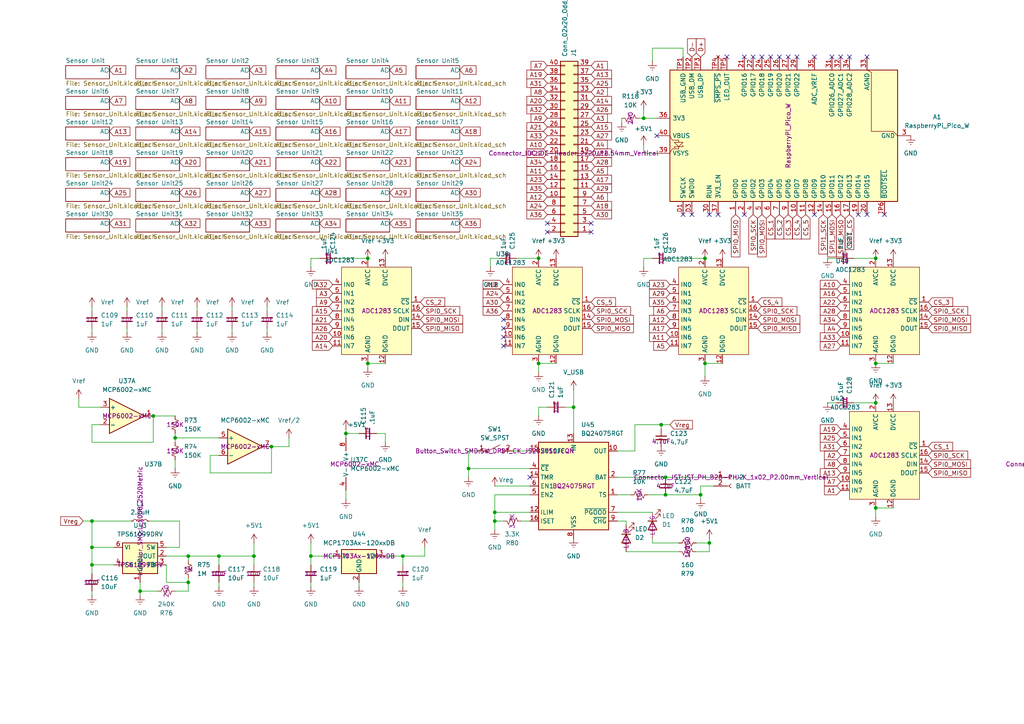
<source format=kicad_sch>
(kicad_sch (version 20250114) (generator "eeschema") (generator_version "9.0")
  (paper "A4")
  (junction (at 78.74 129.54))
  (junction (at 335.28 137.16))
  (junction (at 156.21 105.41))
  (junction (at 311.15 160.02))
  (junction (at 203.2 143.51))
  (junction (at 156.21 74.93))
  (junction (at 50.8 127))
  (junction (at 330.2 137.16))
  (junction (at 334.01 146.05))
  (junction (at 106.68 105.41))
  (junction (at 205.74 157.48))
  (junction (at 143.51 148.59))
  (junction (at 186.69 34.29))
  (junction (at 330.2 132.08))
  (junction (at 166.37 118.11))
  (junction (at 193.04 138.43))
  (junction (at 40.64 171.45))
  (junction (at 254 105.41))
  (junction (at 54.61 168.91))
  (junction (at 44.45 120.65))
  (junction (at 100.33 125.73))
  (junction (at 63.5 161.29))
  (junction (at 193.04 143.51))
  (junction (at 26.67 158.75))
  (junction (at 204.47 74.93))
  (junction (at 90.17 161.29))
  (junction (at 330.2 127))
  (junction (at 191.77 123.19))
  (junction (at 204.47 105.41))
  (junction (at 332.74 137.16))
  (junction (at 106.68 74.93))
  (junction (at 26.67 163.83))
  (junction (at 254 147.32))
  (junction (at 254 74.93))
  (junction (at 54.61 161.29))
  (junction (at 254 116.84))
  (junction (at 116.84 161.29))
  (junction (at 26.67 151.13))
  (junction (at 332.74 132.08))
  (junction (at 143.51 151.13))
  (junction (at 135.89 135.89))
  (junction (at 73.66 161.29))
  (no_connect (at 198.12 62.23))
  (no_connect (at 220.98 16.51))
  (no_connect (at 146.05 95.25))
  (no_connect (at 146.05 100.33))
  (no_connect (at 210.82 16.51))
  (no_connect (at 158.75 64.77))
  (no_connect (at 226.06 16.51))
  (no_connect (at 236.22 16.51))
  (no_connect (at 218.44 16.51))
  (no_connect (at 215.9 16.51))
  (no_connect (at 236.22 62.23))
  (no_connect (at 248.92 62.23))
  (no_connect (at 231.14 16.51))
  (no_connect (at 44.45 245.11))
  (no_connect (at 223.52 16.51))
  (no_connect (at 251.46 16.51))
  (no_connect (at 146.05 97.79))
  (no_connect (at 44.45 224.79))
  (no_connect (at 208.28 62.23))
  (no_connect (at 228.6 16.51))
  (no_connect (at 171.45 64.77))
  (no_connect (at 158.75 67.31))
  (no_connect (at 205.74 62.23))
  (no_connect (at 153.67 138.43))
  (no_connect (at 241.3 16.51))
  (no_connect (at 44.45 247.65))
  (no_connect (at 256.54 62.23))
  (no_connect (at 246.38 16.51))
  (no_connect (at 146.05 92.71))
  (no_connect (at 215.9 62.23))
  (no_connect (at 200.66 62.23))
  (no_connect (at 243.84 16.51))
  (no_connect (at 251.46 62.23))
  (no_connect (at 171.45 67.31))
  (no_connect (at 190.5 39.37))
  (no_connect (at 44.45 242.57))
  (wire (pts (xy 116.84 161.29) (xy 111.76 161.29)))
  (wire (pts (xy 100.33 142.24) (xy 100.33 144.78)))
  (wire (pts (xy 190.5 34.29) (xy 186.69 34.29)))
  (wire (pts (xy 143.51 151.13) (xy 143.51 148.59)))
  (wire (pts (xy 181.61 151.13) (xy 181.61 152.4)))
  (wire (pts (xy 179.07 148.59) (xy 189.23 148.59)))
  (wire (pts (xy 179.07 138.43) (xy 193.04 138.43)))
  (wire (pts (xy 26.67 158.75) (xy 33.02 158.75)))
  (wire (pts (xy 48.26 161.29) (xy 54.61 161.29)))
  (wire (pts (xy 191.77 123.19) (xy 191.77 124.46)))
  (wire (pts (xy 254 74.93) (xy 247.65 74.93)))
  (wire (pts (xy 57.15 88.9) (xy 57.15 90.17)))
  (wire (pts (xy 314.96 160.02) (xy 314.96 157.48)))
  (wire (pts (xy 77.47 88.9) (xy 77.47 90.17)))
  (wire (pts (xy 24.13 151.13) (xy 26.67 151.13)))
  (wire (pts (xy 116.84 168.91) (xy 116.84 170.18)))
  (wire (pts (xy 186.69 41.91) (xy 186.69 44.45)))
  (wire (pts (xy 193.04 138.43) (xy 207.01 138.43)))
  (wire (pts (xy 29.21 123.19) (xy 26.67 123.19)))
  (wire (pts (xy 193.04 143.51) (xy 203.2 143.51)))
  (wire (pts (xy 335.28 146.05) (xy 335.28 142.24)))
  (wire (pts (xy 332.74 132.08) (xy 337.82 132.08)))
  (wire (pts (xy 189.23 74.93) (xy 186.69 74.93)))
  (wire (pts (xy 332.74 137.16) (xy 332.74 146.05)))
  (wire (pts (xy 67.31 95.25) (xy 67.31 96.52)))
  (wire (pts (xy 254 147.32) (xy 254 149.86)))
  (wire (pts (xy 205.74 157.48) (xy 205.74 156.21)))
  (wire (pts (xy 201.93 160.02) (xy 205.74 160.02)))
  (wire (pts (xy 26.67 163.83) (xy 33.02 163.83)))
  (wire (pts (xy 180.34 34.29) (xy 180.34 35.56)))
  (wire (pts (xy 166.37 113.03) (xy 166.37 118.11)))
  (wire (pts (xy 187.96 143.51) (xy 193.04 143.51)))
  (wire (pts (xy 63.5 161.29) (xy 54.61 161.29)))
  (wire (pts (xy 179.07 151.13) (xy 181.61 151.13)))
  (wire (pts (xy 21.59 232.41) (xy 44.45 232.41)))
  (wire (pts (xy 26.67 123.19) (xy 26.67 128.27)))
  (wire (pts (xy 116.84 161.29) (xy 123.19 161.29)))
  (wire (pts (xy 203.2 144.78) (xy 203.2 143.51)))
  (wire (pts (xy 143.51 151.13) (xy 146.05 151.13)))
  (wire (pts (xy 36.83 95.25) (xy 36.83 96.52)))
  (wire (pts (xy 242.57 74.93) (xy 240.03 74.93)))
  (wire (pts (xy 63.5 168.91) (xy 63.5 170.18)))
  (wire (pts (xy 179.07 143.51) (xy 182.88 143.51)))
  (wire (pts (xy 111.76 125.73) (xy 111.76 128.27)))
  (wire (pts (xy 346.71 127) (xy 330.2 127)))
  (wire (pts (xy 307.34 157.48) (xy 307.34 160.02)))
  (wire (pts (xy 78.74 129.54) (xy 83.82 129.54)))
  (wire (pts (xy 48.26 158.75) (xy 52.07 158.75)))
  (wire (pts (xy 332.74 137.16) (xy 335.28 137.16)))
  (wire (pts (xy 73.66 168.91) (xy 73.66 170.18)))
  (wire (pts (xy 87.63 247.65) (xy 87.63 250.19)))
  (wire (pts (xy 148.59 130.81) (xy 153.67 130.81)))
  (wire (pts (xy 104.14 125.73) (xy 100.33 125.73)))
  (wire (pts (xy 50.8 125.73) (xy 50.8 127)))
  (wire (pts (xy 186.69 44.45) (xy 190.5 44.45)))
  (wire (pts (xy 311.15 160.02) (xy 311.15 162.56)))
  (wire (pts (xy 204.47 74.93) (xy 194.31 74.93)))
  (wire (pts (xy 90.17 163.83) (xy 90.17 161.29)))
  (wire (pts (xy 201.93 157.48) (xy 205.74 157.48)))
  (wire (pts (xy 83.82 127) (xy 83.82 129.54)))
  (wire (pts (xy 166.37 118.11) (xy 166.37 125.73)))
  (wire (pts (xy 204.47 105.41) (xy 209.55 105.41)))
  (wire (pts (xy 100.33 124.46) (xy 100.33 125.73)))
  (wire (pts (xy 205.74 160.02) (xy 205.74 157.48)))
  (wire (pts (xy 153.67 135.89) (xy 135.89 135.89)))
  (wire (pts (xy 50.8 133.35) (xy 50.8 135.89)))
  (wire (pts (xy 203.2 143.51) (xy 203.2 140.97)))
  (wire (pts (xy 335.28 137.16) (xy 337.82 137.16)))
  (wire (pts (xy 254 105.41) (xy 259.08 105.41)))
  (wire (pts (xy 156.21 120.65) (xy 156.21 118.11)))
  (wire (pts (xy 184.15 123.19) (xy 184.15 130.81)))
  (wire (pts (xy 332.74 146.05) (xy 334.01 146.05)))
  (wire (pts (xy 156.21 105.41) (xy 156.21 107.95)))
  (wire (pts (xy 46.99 88.9) (xy 46.99 90.17)))
  (wire (pts (xy 40.64 234.95) (xy 44.45 234.95)))
  (wire (pts (xy 242.57 116.84) (xy 240.03 116.84)))
  (wire (pts (xy 60.96 137.16) (xy 78.74 137.16)))
  (wire (pts (xy 351.79 127) (xy 355.6 127)))
  (wire (pts (xy 44.45 128.27) (xy 44.45 120.65)))
  (wire (pts (xy 156.21 118.11) (xy 158.75 118.11)))
  (wire (pts (xy 40.64 171.45) (xy 45.72 171.45)))
  (wire (pts (xy 54.61 161.29) (xy 54.61 162.56)))
  (wire (pts (xy 143.51 153.67) (xy 143.51 151.13)))
  (wire (pts (xy 50.8 127) (xy 50.8 128.27)))
  (wire (pts (xy 44.45 120.65) (xy 50.8 120.65)))
  (wire (pts (xy 184.15 123.19) (xy 191.77 123.19)))
  (wire (pts (xy 163.83 118.11) (xy 166.37 118.11)))
  (wire (pts (xy 36.83 88.9) (xy 36.83 90.17)))
  (wire (pts (xy 143.51 143.51) (xy 153.67 143.51)))
  (wire (pts (xy 26.67 128.27) (xy 44.45 128.27)))
  (wire (pts (xy 78.74 137.16) (xy 78.74 129.54)))
  (wire (pts (xy 63.5 161.29) (xy 73.66 161.29)))
  (wire (pts (xy 330.2 137.16) (xy 330.2 139.7)))
  (wire (pts (xy 22.86 115.57) (xy 22.86 118.11)))
  (wire (pts (xy 26.67 151.13) (xy 26.67 158.75)))
  (wire (pts (xy 38.1 151.13) (xy 26.67 151.13)))
  (wire (pts (xy 44.45 237.49) (xy 21.59 237.49)))
  (wire (pts (xy 106.68 105.41) (xy 106.68 106.68)))
  (wire (pts (xy 151.13 151.13) (xy 153.67 151.13)))
  (wire (pts (xy 203.2 140.97) (xy 207.01 140.97)))
  (wire (pts (xy 50.8 127) (xy 63.5 127)))
  (wire (pts (xy 40.64 227.33) (xy 44.45 227.33)))
  (wire (pts (xy 144.78 74.93) (xy 142.24 74.93)))
  (wire (pts (xy 73.66 157.48) (xy 73.66 161.29)))
  (wire (pts (xy 22.86 118.11) (xy 29.21 118.11)))
  (wire (pts (xy 90.17 157.48) (xy 90.17 161.29)))
  (wire (pts (xy 142.24 74.93) (xy 142.24 77.47)))
  (wire (pts (xy 92.71 74.93) (xy 90.17 74.93)))
  (wire (pts (xy 186.69 34.29) (xy 186.69 31.75)))
  (wire (pts (xy 156.21 74.93) (xy 149.86 74.93)))
  (wire (pts (xy 307.34 160.02) (xy 311.15 160.02)))
  (wire (pts (xy 26.67 171.45) (xy 26.67 172.72)))
  (wire (pts (xy 77.47 95.25) (xy 77.47 96.52)))
  (wire (pts (xy 40.64 229.87) (xy 44.45 229.87)))
  (wire (pts (xy 135.89 130.81) (xy 138.43 130.81)))
  (wire (pts (xy 50.8 171.45) (xy 54.61 171.45)))
  (wire (pts (xy 100.33 125.73) (xy 100.33 127)))
  (wire (pts (xy 189.23 13.97) (xy 189.23 17.78)))
  (wire (pts (xy 26.67 88.9) (xy 26.67 90.17)))
  (wire (pts (xy 106.68 105.41) (xy 111.76 105.41)))
  (wire (pts (xy 191.77 123.19) (xy 194.31 123.19)))
  (wire (pts (xy 204.47 105.41) (xy 204.47 109.22)))
  (wire (pts (xy 189.23 157.48) (xy 196.85 157.48)))
  (wire (pts (xy 254 147.32) (xy 259.08 147.32)))
  (wire (pts (xy 52.07 151.13) (xy 43.18 151.13)))
  (wire (pts (xy 198.12 13.97) (xy 189.23 13.97)))
  (wire (pts (xy 26.67 95.25) (xy 26.67 96.52)))
  (wire (pts (xy 52.07 158.75) (xy 52.07 151.13)))
  (wire (pts (xy 143.51 140.97) (xy 153.67 140.97)))
  (wire (pts (xy 254 116.84) (xy 247.65 116.84)))
  (wire (pts (xy 143.51 148.59) (xy 143.51 143.51)))
  (wire (pts (xy 21.59 224.79) (xy 21.59 232.41)))
  (wire (pts (xy 26.67 158.75) (xy 26.67 163.83)))
  (wire (pts (xy 334.01 146.05) (xy 335.28 146.05)))
  (wire (pts (xy 179.07 130.81) (xy 184.15 130.81)))
  (wire (pts (xy 189.23 156.21) (xy 189.23 157.48)))
  (wire (pts (xy 109.22 125.73) (xy 111.76 125.73)))
  (wire (pts (xy 330.2 137.16) (xy 332.74 137.16)))
  (wire (pts (xy 73.66 163.83) (xy 73.66 161.29)))
  (wire (pts (xy 63.5 161.29) (xy 63.5 163.83)))
  (wire (pts (xy 123.19 161.29) (xy 123.19 158.75)))
  (wire (pts (xy 54.61 167.64) (xy 54.61 168.91)))
  (wire (pts (xy 26.67 166.37) (xy 26.67 163.83)))
  (wire (pts (xy 330.2 124.46) (xy 330.2 127)))
  (wire (pts (xy 46.99 95.25) (xy 46.99 96.52)))
  (wire (pts (xy 54.61 168.91) (xy 54.61 171.45)))
  (wire (pts (xy 135.89 135.89) (xy 135.89 138.43)))
  (wire (pts (xy 198.12 16.51) (xy 198.12 13.97)))
  (wire (pts (xy 63.5 132.08) (xy 60.96 132.08)))
  (wire (pts (xy 67.31 88.9) (xy 67.31 90.17)))
  (wire (pts (xy 156.21 105.41) (xy 161.29 105.41)))
  (wire (pts (xy 330.2 119.38) (xy 334.01 119.38)))
  (wire (pts (xy 311.15 160.02) (xy 314.96 160.02)))
  (wire (pts (xy 40.64 240.03) (xy 44.45 240.03)))
  (wire (pts (xy 48.26 163.83) (xy 48.26 168.91)))
  (wire (pts (xy 185.42 34.29) (xy 186.69 34.29)))
  (wire (pts (xy 181.61 160.02) (xy 196.85 160.02)))
  (wire (pts (xy 355.6 127) (xy 355.6 128.27)))
  (wire (pts (xy 135.89 130.81) (xy 135.89 135.89)))
  (wire (pts (xy 143.51 148.59) (xy 153.67 148.59)))
  (wire (pts (xy 116.84 161.29) (xy 116.84 163.83)))
  (wire (pts (xy 21.59 237.49) (xy 21.59 245.11)))
  (wire (pts (xy 48.26 168.91) (xy 54.61 168.91)))
  (wire (pts (xy 40.64 171.45) (xy 40.64 172.72)))
  (wire (pts (xy 104.14 168.91) (xy 104.14 170.18)))
  (wire (pts (xy 97.79 74.93) (xy 106.68 74.93)))
  (wire (pts (xy 90.17 74.93) (xy 90.17 77.47)))
  (wire (pts (xy 40.64 168.91) (xy 40.64 171.45)))
  (wire (pts (xy 90.17 168.91) (xy 90.17 170.18)))
  (wire (pts (xy 334.01 119.38) (xy 334.01 116.84)))
  (wire (pts (xy 186.69 74.93) (xy 186.69 77.47)))
  (wire (pts (xy 57.15 95.25) (xy 57.15 96.52)))
  (wire (pts (xy 330.2 132.08) (xy 330.2 134.62)))
  (wire (pts (xy 330.2 132.08) (xy 332.74 132.08)))
  (wire (pts (xy 60.96 132.08) (xy 60.96 137.16)))
  (wire (pts (xy 90.17 161.29) (xy 96.52 161.29)))
  (global_label "A3" (shape input) (at 171.45 34.29 0) (property "Intersheetrefs" "${INTERSHEET_REFS}" (effects (hide yes))))
  (global_label "A34" (shape input) (at 92.71 64.77 0) (property "Intersheetrefs" "${INTERSHEET_REFS}" (effects (hide yes))))
  (global_label "SPI0_MOSI" (shape input) (at 121.92 92.71 0) (property "Intersheetrefs" "${INTERSHEET_REFS}" (effects (hide yes))))
  (global_label "A21" (shape input) (at 158.75 36.83 180) (property "Intersheetrefs" "${INTERSHEET_REFS}" (effects (hide yes))))
  (global_label "SPI1_MOSI" (shape input) (at 40.64 229.87 180) (property "Intersheetrefs" "${INTERSHEET_REFS}" (effects (hide yes))))
  (global_label "A36" (shape input) (at 146.05 90.17 180) (property "Intersheetrefs" "${INTERSHEET_REFS}" (effects (hide yes))))
  (global_label "A14" (shape input) (at 52.07 38.1 0) (property "Intersheetrefs" "${INTERSHEET_REFS}" (effects (hide yes))))
  (global_label "SPI1_MISO" (shape input) (at 40.64 240.03 180) (property "Intersheetrefs" "${INTERSHEET_REFS}" (effects (hide yes))))
  (global_label "D+" (shape input) (at 337.82 137.16 0) (property "Intersheetrefs" "${INTERSHEET_REFS}" (effects (hide yes))))
  (global_label "A32" (shape input) (at 96.52 82.55 180) (property "Intersheetrefs" "${INTERSHEET_REFS}" (effects (hide yes))))
  (global_label "A21" (shape input) (at 96.52 92.71 180) (property "Intersheetrefs" "${INTERSHEET_REFS}" (effects (hide yes))))
  (global_label "SPI0_SCK" (shape input) (at 121.92 90.17 0) (property "Intersheetrefs" "${INTERSHEET_REFS}" (effects (hide yes))))
  (global_label "A11" (shape input) (at 158.75 49.53 180) (property "Intersheetrefs" "${INTERSHEET_REFS}" (effects (hide yes))))
  (global_label "A7" (shape input) (at 158.75 19.05 180) (property "Intersheetrefs" "${INTERSHEET_REFS}" (effects (hide yes))))
  (global_label "SPI0_MOSI" (shape input) (at 269.24 92.71 0) (property "Intersheetrefs" "${INTERSHEET_REFS}" (effects (hide yes))))
  (global_label "A1" (shape input) (at 171.45 19.05 0) (property "Intersheetrefs" "${INTERSHEET_REFS}" (effects (hide yes))))
  (global_label "A3" (shape input) (at 96.52 85.09 180) (property "Intersheetrefs" "${INTERSHEET_REFS}" (effects (hide yes))))
  (global_label "A27" (shape input) (at 243.84 100.33 180) (property "Intersheetrefs" "${INTERSHEET_REFS}" (effects (hide yes))))
  (global_label "CS_1" (shape input) (at 223.52 62.23 270) (property "Intersheetrefs" "${INTERSHEET_REFS}" (effects (hide yes))))
  (global_label "A30" (shape input) (at 146.05 87.63 180) (property "Intersheetrefs" "${INTERSHEET_REFS}" (effects (hide yes))))
  (global_label "A29" (shape input) (at 171.45 54.61 0) (property "Intersheetrefs" "${INTERSHEET_REFS}" (effects (hide yes))))
  (global_label "A4" (shape input) (at 92.71 20.32 0) (property "Intersheetrefs" "${INTERSHEET_REFS}" (effects (hide yes))))
  (global_label "A36" (shape input) (at 158.75 62.23 180) (property "Intersheetrefs" "${INTERSHEET_REFS}" (effects (hide yes))))
  (global_label "A32" (shape input) (at 158.75 31.75 180) (property "Intersheetrefs" "${INTERSHEET_REFS}" (effects (hide yes))))
  (global_label "A33" (shape input) (at 158.75 39.37 180) (property "Intersheetrefs" "${INTERSHEET_REFS}" (effects (hide yes))))
  (global_label "A15" (shape input) (at 72.39 38.1 0) (property "Intersheetrefs" "${INTERSHEET_REFS}" (effects (hide yes))))
  (global_label "A20" (shape input) (at 52.07 46.99 0) (property "Intersheetrefs" "${INTERSHEET_REFS}" (effects (hide yes))))
  (global_label "A34" (shape input) (at 158.75 46.99 180) (property "Intersheetrefs" "${INTERSHEET_REFS}" (effects (hide yes))))
  (global_label "A16" (shape input) (at 243.84 85.09 180) (property "Intersheetrefs" "${INTERSHEET_REFS}" (effects (hide yes))))
  (global_label "A9" (shape input) (at 158.75 34.29 180) (property "Intersheetrefs" "${INTERSHEET_REFS}" (effects (hide yes))))
  (global_label "SPI0_SCK" (shape input) (at 219.71 90.17 0) (property "Intersheetrefs" "${INTERSHEET_REFS}" (effects (hide yes))))
  (global_label "SPI0_MOSI" (shape input) (at 220.98 62.23 270) (property "Intersheetrefs" "${INTERSHEET_REFS}" (effects (hide yes))))
  (global_label "A8" (shape input) (at 243.84 134.62 180) (property "Intersheetrefs" "${INTERSHEET_REFS}" (effects (hide yes))))
  (global_label "A23" (shape input) (at 113.03 46.99 0) (property "Intersheetrefs" "${INTERSHEET_REFS}" (effects (hide yes))))
  (global_label "A16" (shape input) (at 171.45 44.45 0) (property "Intersheetrefs" "${INTERSHEET_REFS}" (effects (hide yes))))
  (global_label "A30" (shape input) (at 171.45 62.23 0) (property "Intersheetrefs" "${INTERSHEET_REFS}" (effects (hide yes))))
  (global_label "A35" (shape input) (at 194.31 87.63 180) (property "Intersheetrefs" "${INTERSHEET_REFS}" (effects (hide yes))))
  (global_label "A8" (shape input) (at 52.07 29.21 0) (property "Intersheetrefs" "${INTERSHEET_REFS}" (effects (hide yes))))
  (global_label "A35" (shape input) (at 113.03 64.77 0) (property "Intersheetrefs" "${INTERSHEET_REFS}" (effects (hide yes))))
  (global_label "A12" (shape input) (at 133.35 29.21 0) (property "Intersheetrefs" "${INTERSHEET_REFS}" (effects (hide yes))))
  (global_label "A22" (shape input) (at 92.71 46.99 0) (property "Intersheetrefs" "${INTERSHEET_REFS}" (effects (hide yes))))
  (global_label "CS_2" (shape input) (at 121.92 87.63 0) (property "Intersheetrefs" "${INTERSHEET_REFS}" (effects (hide yes))))
  (global_label "A30" (shape input) (at 133.35 55.88 0) (property "Intersheetrefs" "${INTERSHEET_REFS}" (effects (hide yes))))
  (global_label "A35" (shape input) (at 158.75 54.61 180) (property "Intersheetrefs" "${INTERSHEET_REFS}" (effects (hide yes))))
  (global_label "A32" (shape input) (at 52.07 64.77 0) (property "Intersheetrefs" "${INTERSHEET_REFS}" (effects (hide yes))))
  (global_label "A29" (shape input) (at 194.31 85.09 180) (property "Intersheetrefs" "${INTERSHEET_REFS}" (effects (hide yes))))
  (global_label "A28" (shape input) (at 92.71 55.88 0) (property "Intersheetrefs" "${INTERSHEET_REFS}" (effects (hide yes))))
  (global_label "A6" (shape input) (at 194.31 90.17 180) (property "Intersheetrefs" "${INTERSHEET_REFS}" (effects (hide yes))))
  (global_label "A26" (shape input) (at 171.45 31.75 0) (property "Intersheetrefs" "${INTERSHEET_REFS}" (effects (hide yes))))
  (global_label "A29" (shape input) (at 113.03 55.88 0) (property "Intersheetrefs" "${INTERSHEET_REFS}" (effects (hide yes))))
  (global_label "SPI0_SCK" (shape input) (at 171.45 90.17 0) (property "Intersheetrefs" "${INTERSHEET_REFS}" (effects (hide yes))))
  (global_label "A17" (shape input) (at 113.03 38.1 0) (property "Intersheetrefs" "${INTERSHEET_REFS}" (effects (hide yes))))
  (global_label "SPI0_SCK" (shape input) (at 269.24 132.08 0) (property "Intersheetrefs" "${INTERSHEET_REFS}" (effects (hide yes))))
  (global_label "A15" (shape input) (at 96.52 90.17 180) (property "Intersheetrefs" "${INTERSHEET_REFS}" (effects (hide yes))))
  (global_label "SPI1_SCK" (shape input) (at 40.64 234.95 180) (property "Intersheetrefs" "${INTERSHEET_REFS}" (effects (hide yes))))
  (global_label "SPI1_MOSI" (shape input) (at 241.3 62.23 270) (property "Intersheetrefs" "${INTERSHEET_REFS}" (effects (hide yes))))
  (global_label "A11" (shape input) (at 194.31 97.79 180) (property "Intersheetrefs" "${INTERSHEET_REFS}" (effects (hide yes))))
  (global_label "SPI0_MOSI" (shape input) (at 269.24 134.62 0) (property "Intersheetrefs" "${INTERSHEET_REFS}" (effects (hide yes))))
  (global_label "Vreg" (shape input) (at 194.31 123.19 0) (property "Intersheetrefs" "${INTERSHEET_REFS}" (effects (hide yes))))
  (global_label "A25" (shape input) (at 243.84 127 180) (property "Intersheetrefs" "${INTERSHEET_REFS}" (effects (hide yes))))
  (global_label "A27" (shape input) (at 171.45 39.37 0) (property "Intersheetrefs" "${INTERSHEET_REFS}" (effects (hide yes))))
  (global_label "CS_2" (shape input) (at 226.06 62.23 270) (property "Intersheetrefs" "${INTERSHEET_REFS}" (effects (hide yes))))
  (global_label "A20" (shape input) (at 158.75 29.21 180) (property "Intersheetrefs" "${INTERSHEET_REFS}" (effects (hide yes))))
  (global_label "A25" (shape input) (at 31.75 55.88 0) (property "Intersheetrefs" "${INTERSHEET_REFS}" (effects (hide yes))))
  (global_label "A4" (shape input) (at 171.45 41.91 0) (property "Intersheetrefs" "${INTERSHEET_REFS}" (effects (hide yes))))
  (global_label "A24" (shape input) (at 146.05 85.09 180) (property "Intersheetrefs" "${INTERSHEET_REFS}" (effects (hide yes))))
  (global_label "A24" (shape input) (at 158.75 59.69 180) (property "Intersheetrefs" "${INTERSHEET_REFS}" (effects (hide yes))))
  (global_label "A28" (shape input) (at 243.84 90.17 180) (property "Intersheetrefs" "${INTERSHEET_REFS}" (effects (hide yes))))
  (global_label "A5" (shape input) (at 113.03 20.32 0) (property "Intersheetrefs" "${INTERSHEET_REFS}" (effects (hide yes))))
  (global_label "A16" (shape input) (at 92.71 38.1 0) (property "Intersheetrefs" "${INTERSHEET_REFS}" (effects (hide yes))))
  (global_label "A22" (shape input) (at 243.84 87.63 180) (property "Intersheetrefs" "${INTERSHEET_REFS}" (effects (hide yes))))
  (global_label "A17" (shape input) (at 171.45 52.07 0) (property "Intersheetrefs" "${INTERSHEET_REFS}" (effects (hide yes))))
  (global_label "A14" (shape input) (at 96.52 100.33 180) (property "Intersheetrefs" "${INTERSHEET_REFS}" (effects (hide yes))))
  (global_label "A19" (shape input) (at 243.84 124.46 180) (property "Intersheetrefs" "${INTERSHEET_REFS}" (effects (hide yes))))
  (global_label "A20" (shape input) (at 96.52 97.79 180) (property "Intersheetrefs" "${INTERSHEET_REFS}" (effects (hide yes))))
  (global_label "A1" (shape input) (at 243.84 142.24 180) (property "Intersheetrefs" "${INTERSHEET_REFS}" (effects (hide yes))))
  (global_label "A23" (shape input) (at 158.75 52.07 180) (property "Intersheetrefs" "${INTERSHEET_REFS}" (effects (hide yes))))
  (global_label "A31" (shape input) (at 243.84 129.54 180) (property "Intersheetrefs" "${INTERSHEET_REFS}" (effects (hide yes))))
  (global_label "A24" (shape input) (at 133.35 46.99 0) (property "Intersheetrefs" "${INTERSHEET_REFS}" (effects (hide yes))))
  (global_label "A7" (shape input) (at 31.75 29.21 0) (property "Intersheetrefs" "${INTERSHEET_REFS}" (effects (hide yes))))
  (global_label "A31" (shape input) (at 31.75 64.77 0) (property "Intersheetrefs" "${INTERSHEET_REFS}" (effects (hide yes))))
  (global_label "A18" (shape input) (at 133.35 38.1 0) (property "Intersheetrefs" "${INTERSHEET_REFS}" (effects (hide yes))))
  (global_label "A10" (shape input) (at 92.71 29.21 0) (property "Intersheetrefs" "${INTERSHEET_REFS}" (effects (hide yes))))
  (global_label "A11" (shape input) (at 113.03 29.21 0) (property "Intersheetrefs" "${INTERSHEET_REFS}" (effects (hide yes))))
  (global_label "SPI0_MISO" (shape input) (at 121.92 95.25 0) (property "Intersheetrefs" "${INTERSHEET_REFS}" (effects (hide yes))))
  (global_label "A18" (shape input) (at 146.05 82.55 180) (property "Intersheetrefs" "${INTERSHEET_REFS}" (effects (hide yes))))
  (global_label "CS_5" (shape input) (at 233.68 62.23 270) (property "Intersheetrefs" "${INTERSHEET_REFS}" (effects (hide yes))))
  (global_label "SPI1_SCK" (shape input) (at 238.76 62.23 270) (property "Intersheetrefs" "${INTERSHEET_REFS}" (effects (hide yes))))
  (global_label "A2" (shape input) (at 243.84 132.08 180) (property "Intersheetrefs" "${INTERSHEET_REFS}" (effects (hide yes))))
  (global_label "A27" (shape input) (at 72.39 55.88 0) (property "Intersheetrefs" "${INTERSHEET_REFS}" (effects (hide yes))))
  (global_label "A9" (shape input) (at 96.52 87.63 180) (property "Intersheetrefs" "${INTERSHEET_REFS}" (effects (hide yes))))
  (global_label "A23" (shape input) (at 194.31 82.55 180) (property "Intersheetrefs" "${INTERSHEET_REFS}" (effects (hide yes))))
  (global_label "A5" (shape input) (at 171.45 49.53 0) (property "Intersheetrefs" "${INTERSHEET_REFS}" (effects (hide yes))))
  (global_label "A25" (shape input) (at 171.45 24.13 0) (property "Intersheetrefs" "${INTERSHEET_REFS}" (effects (hide yes))))
  (global_label "A33" (shape input) (at 72.39 64.77 0) (property "Intersheetrefs" "${INTERSHEET_REFS}" (effects (hide yes))))
  (global_label "A4" (shape input) (at 243.84 95.25 180) (property "Intersheetrefs" "${INTERSHEET_REFS}" (effects (hide yes))))
  (global_label "D-" (shape input) (at 337.82 132.08 0) (property "Intersheetrefs" "${INTERSHEET_REFS}" (effects (hide yes))))
  (global_label "A13" (shape input) (at 171.45 21.59 0) (property "Intersheetrefs" "${INTERSHEET_REFS}" (effects (hide yes))))
  (global_label "A7" (shape input) (at 243.84 139.7 180) (property "Intersheetrefs" "${INTERSHEET_REFS}" (effects (hide yes))))
  (global_label "CS_4" (shape input) (at 219.71 87.63 0) (property "Intersheetrefs" "${INTERSHEET_REFS}" (effects (hide yes))))
  (global_label "A34" (shape input) (at 243.84 92.71 180) (property "Intersheetrefs" "${INTERSHEET_REFS}" (effects (hide yes))))
  (global_label "CS_5" (shape input) (at 171.45 87.63 0) (property "Intersheetrefs" "${INTERSHEET_REFS}" (effects (hide yes))))
  (global_label "A6" (shape input) (at 133.35 20.32 0) (property "Intersheetrefs" "${INTERSHEET_REFS}" (effects (hide yes))))
  (global_label "A8" (shape input) (at 158.75 26.67 180) (property "Intersheetrefs" "${INTERSHEET_REFS}" (effects (hide yes))))
  (global_label "CS_3" (shape input) (at 269.24 87.63 0) (property "Intersheetrefs" "${INTERSHEET_REFS}" (effects (hide yes))))
  (global_label "A9" (shape input) (at 72.39 29.21 0) (property "Intersheetrefs" "${INTERSHEET_REFS}" (effects (hide yes))))
  (global_label "A3" (shape input) (at 72.39 20.32 0) (property "Intersheetrefs" "${INTERSHEET_REFS}" (effects (hide yes))))
  (global_label "SPI0_MOSI" (shape input) (at 171.45 92.71 0) (property "Intersheetrefs" "${INTERSHEET_REFS}" (effects (hide yes))))
  (global_label "A10" (shape input) (at 158.75 41.91 180) (property "Intersheetrefs" "${INTERSHEET_REFS}" (effects (hide yes))))
  (global_label "SPI0_MISO" (shape input) (at 269.24 95.25 0) (property "Intersheetrefs" "${INTERSHEET_REFS}" (effects (hide yes))))
  (global_label "A26" (shape input) (at 96.52 95.25 180) (property "Intersheetrefs" "${INTERSHEET_REFS}" (effects (hide yes))))
  (global_label "D-" (shape input) (at 200.66 16.51 90) (property "Intersheetrefs" "${INTERSHEET_REFS}" (effects (hide yes))))
  (global_label "SPI0_MOSI" (shape input) (at 219.71 92.71 0) (property "Intersheetrefs" "${INTERSHEET_REFS}" (effects (hide yes))))
  (global_label "A28" (shape input) (at 171.45 46.99 0) (property "Intersheetrefs" "${INTERSHEET_REFS}" (effects (hide yes))))
  (global_label "SPI0_SCK" (shape input) (at 269.24 90.17 0) (property "Intersheetrefs" "${INTERSHEET_REFS}" (effects (hide yes))))
  (global_label "CS_1" (shape input) (at 269.24 129.54 0) (property "Intersheetrefs" "${INTERSHEET_REFS}" (effects (hide yes))))
  (global_label "A5" (shape input) (at 194.31 100.33 180) (property "Intersheetrefs" "${INTERSHEET_REFS}" (effects (hide yes))))
  (global_label "A2" (shape input) (at 52.07 20.32 0) (property "Intersheetrefs" "${INTERSHEET_REFS}" (effects (hide yes))))
  (global_label "A2" (shape input) (at 171.45 26.67 0) (property "Intersheetrefs" "${INTERSHEET_REFS}" (effects (hide yes))))
  (global_label "SPI0_MISO" (shape input) (at 213.36 62.23 270) (property "Intersheetrefs" "${INTERSHEET_REFS}" (effects (hide yes))))
  (global_label "A6" (shape input) (at 171.45 57.15 0) (property "Intersheetrefs" "${INTERSHEET_REFS}" (effects (hide yes))))
  (global_label "SPI0_SCK" (shape input) (at 218.44 62.23 270) (property "Intersheetrefs" "${INTERSHEET_REFS}" (effects (hide yes))))
  (global_label "SPI0_MISO" (shape input) (at 171.45 95.25 0) (property "Intersheetrefs" "${INTERSHEET_REFS}" (effects (hide yes))))
  (global_label "D+" (shape input) (at 203.2 16.51 90) (property "Intersheetrefs" "${INTERSHEET_REFS}" (effects (hide yes))))
  (global_label "CS_4" (shape input) (at 231.14 62.23 270) (property "Intersheetrefs" "${INTERSHEET_REFS}" (effects (hide yes))))
  (global_label "A18" (shape input) (at 171.45 59.69 0) (property "Intersheetrefs" "${INTERSHEET_REFS}" (effects (hide yes))))
  (global_label "Vreg" (shape input) (at 24.13 151.13 180) (property "Intersheetrefs" "${INTERSHEET_REFS}" (effects (hide yes))))
  (global_label "A33" (shape input) (at 243.84 97.79 180) (property "Intersheetrefs" "${INTERSHEET_REFS}" (effects (hide yes))))
  (global_label "A21" (shape input) (at 72.39 46.99 0) (property "Intersheetrefs" "${INTERSHEET_REFS}" (effects (hide yes))))
  (global_label "A1" (shape input) (at 31.75 20.32 0) (property "Intersheetrefs" "${INTERSHEET_REFS}" (effects (hide yes))))
  (global_label "A13" (shape input) (at 31.75 38.1 0) (property "Intersheetrefs" "${INTERSHEET_REFS}" (effects (hide yes))))
  (global_label "A36" (shape input) (at 133.35 64.77 0) (property "Intersheetrefs" "${INTERSHEET_REFS}" (effects (hide yes))))
  (global_label "A17" (shape input) (at 194.31 95.25 180) (property "Intersheetrefs" "${INTERSHEET_REFS}" (effects (hide yes))))
  (global_label "A12" (shape input) (at 194.31 92.71 180) (property "Intersheetrefs" "${INTERSHEET_REFS}" (effects (hide yes))))
  (global_label "SPI0_MISO" (shape input) (at 219.71 95.25 0) (property "Intersheetrefs" "${INTERSHEET_REFS}" (effects (hide yes))))
  (global_label "SPI1_MISO" (shape input) (at 243.84 62.23 270) (property "Intersheetrefs" "${INTERSHEET_REFS}" (effects (hide yes))))
  (global_label "A13" (shape input) (at 243.84 137.16 180) (property "Intersheetrefs" "${INTERSHEET_REFS}" (effects (hide yes))))
  (global_label "A19" (shape input) (at 31.75 46.99 0) (property "Intersheetrefs" "${INTERSHEET_REFS}" (effects (hide yes))))
  (global_label "SPI0_MISO" (shape input) (at 269.24 137.16 0) (property "Intersheetrefs" "${INTERSHEET_REFS}" (effects (hide yes))))
  (global_label "A14" (shape input) (at 171.45 29.21 0) (property "Intersheetrefs" "${INTERSHEET_REFS}" (effects (hide yes))))
  (global_label "A22" (shape input) (at 158.75 44.45 180) (property "Intersheetrefs" "${INTERSHEET_REFS}" (effects (hide yes))))
  (global_label "A15" (shape input) (at 171.45 36.83 0) (property "Intersheetrefs" "${INTERSHEET_REFS}" (effects (hide yes))))
  (global_label "A26" (shape input) (at 52.07 55.88 0) (property "Intersheetrefs" "${INTERSHEET_REFS}" (effects (hide yes))))
  (global_label "SPI1_CS" (shape input) (at 40.64 227.33 180) (property "Intersheetrefs" "${INTERSHEET_REFS}" (effects (hide yes))))
  (global_label "CS_3" (shape input) (at 228.6 62.23 270) (property "Intersheetrefs" "${INTERSHEET_REFS}" (effects (hide yes))))
  (global_label "A19" (shape input) (at 158.75 21.59 180) (property "Intersheetrefs" "${INTERSHEET_REFS}" (effects (hide yes))))
  (global_label "A31" (shape input) (at 158.75 24.13 180) (property "Intersheetrefs" "${INTERSHEET_REFS}" (effects (hide yes))))
  (global_label "A10" (shape input) (at 243.84 82.55 180) (property "Intersheetrefs" "${INTERSHEET_REFS}" (effects (hide yes))))
  (global_label "SPI1_CS" (shape input) (at 246.38 62.23 270) (property "Intersheetrefs" "${INTERSHEET_REFS}" (effects (hide yes))))
  (global_label "A12" (shape input) (at 158.75 57.15 180) (property "Intersheetrefs" "${INTERSHEET_REFS}" (effects (hide yes))))
  (symbol (lib_id "power:VCC") (at 100.33 124.46 0) (unit 1)
    (property "Reference" "#PWR014" (effects (hide yes)))
    (property "Value" "+5V1" (at 100.838 123.19 0) (effects (justify left)))
    (property "Description" "Power symbol creates a global label with name \"VCC\"" (effects (hide yes)))
  )
  (symbol (lib_id "Device:R_Small_US") (at 182.88 34.29 270) (mirror x) (unit 1)
    (property "Reference" "R118" (at 182.88 27.94 90))
    (property "Value" "10K" (at 182.88 30.48 90))
    (property "Footprint" "Resistor_SMD:R_0603_1608Metric" (effects (hide yes)))
    (property "Description" "Resistor, small US symbol" (effects (hide yes)))
    (property "Part Number" "240" (at 182.88 34.29 0))
  )
  (symbol (lib_id "power:VCC") (at 46.99 88.9 0) (unit 1)
    (property "Reference" "#PWR05" (effects (hide yes)))
    (property "Value" "Vref" (at 49.53 87.6299 0) (effects (justify left)))
    (property "Description" "Power symbol creates a global label with name \"VCC\"" (effects (hide yes)))
  )
  (symbol (lib_id "power:VCC") (at 205.74 156.21 0) (unit 1)
    (property "Reference" "#PWR0214" (effects (hide yes)))
    (property "Value" "+5V1" (at 205.74 151.13 0))
    (property "Description" "Power symbol creates a global label with name \"VCC\"" (effects (hide yes)))
  )
  (symbol (lib_id "power:Earth") (at 180.34 35.56 0) (unit 1)
    (property "Reference" "#PWR0249" (effects (hide yes)))
    (property "Value" "GND" (at 180.34 40.64 0))
    (property "Description" "Power symbol creates a global label with name \"Earth\"" (effects (hide yes)))
  )
  (symbol (lib_id "power:VCC") (at 209.55 74.93 0) (unit 1)
    (property "Reference" "#PWR0245" (effects (hide yes)))
    (property "Value" "+3V3" (at 209.55 69.85 0))
    (property "Description" "Power symbol creates a global label with name \"VCC\"" (effects (hide yes)))
  )
  (symbol (lib_id "Device:D_Small") (at 332.74 134.62 90) (mirror x) (unit 1)
    (property "Reference" "D3" (at 335.28 132.0799 90) (effects (justify right)))
    (property "Value" "D_Small" (at 335.28 134.6199 90) (effects (justify right)))
    (property "Footprint" "Diode_SMD:D_0805_2012Metric" (effects (hide yes)))
    (property "Description" "Diode, small symbol" (effects (hide yes)))
    (property "Sim.Device" "D" (effects (hide yes)))
    (property "Sim.Pins" "1=K 2=A" (effects (hide yes)))
    (property "Part Number" "Diode_SMD:D_0805_2012Metric" (at 336.042 121.158 90) (effects (justify right)))
  )
  (symbol (lib_id "power:Earth") (at 26.67 172.72 0) (unit 1)
    (property "Reference" "#PWR018" (effects (hide yes)))
    (property "Value" "GND" (at 26.67 177.8 0))
    (property "Description" "Power symbol creates a global label with name \"Earth\"" (effects (hide yes)))
  )
  (symbol (lib_id "Device:R_Small_US") (at 50.8 123.19 0) (unit 1)
    (property "Reference" "R73" (at 53.34 121.9199 0) (effects (justify left)))
    (property "Value" "150K" (at 53.34 124.4599 0) (effects (justify left)))
    (property "Footprint" "Resistor_SMD:R_0603_1608Metric" (effects (hide yes)))
    (property "Description" "Resistor, small US symbol" (effects (hide yes)))
    (property "Part Number" "150K" (at 50.8 123.19 0))
  )
  (symbol (lib_id "power:Earth") (at 186.69 77.47 0) (mirror y) (unit 1)
    (property "Reference" "#PWR0240" (effects (hide yes)))
    (property "Value" "GND" (at 186.69 82.55 0))
    (property "Description" "Power symbol creates a global label with name \"Earth\"" (effects (hide yes)))
  )
  (symbol (lib_id "Device:L_Small") (at 40.64 151.13 90) (unit 1)
    (property "Reference" "L1" (at 40.64 146.05 90))
    (property "Value" "2.2uH" (at 40.64 148.59 90))
    (property "Footprint" "Inductor_SMD:L_1008_2520Metric" (effects (hide yes)))
    (property "Description" "Inductor, small symbol" (effects (hide yes)))
    (property "Part Number" "Inductor_SMD:L_1008_2520Metric" (at 40.64 151.13 0))
  )
  (symbol (lib_id "power:Earth") (at 46.99 96.52 0) (unit 1)
    (property "Reference" "#PWR06" (effects (hide yes)))
    (property "Value" "GND" (at 46.99 101.6 0))
    (property "Description" "Power symbol creates a global label with name \"Earth\"" (effects (hide yes)))
  )
  (symbol (lib_id "Device:C_Small") (at 67.31 92.71 0) (unit 1)
    (property "Reference" "C113" (at 69.85 91.4462 0) (effects (justify left)))
    (property "Value" "1uF" (at 69.85 93.9862 0) (effects (justify left)))
    (property "Footprint" "Capacitor_SMD:C_0603_1608Metric" (effects (hide yes)))
    (property "Description" "Unpolarized capacitor, small symbol" (effects (hide yes)))
    (property "Part Number" "1uF" (at 67.31 92.71 0))
  )
  (symbol (lib_id "Battery_Management:BQ24075RGT") (at 166.37 140.97 0) (unit 1)
    (property "Reference" "U45" (at 168.5133 123.19 0) (effects (justify left)))
    (property "Value" "BQ24075RGT" (at 168.5133 125.73 0) (effects (justify left)))
    (property "Footprint" "Package_DFN_QFN:VQFN-16-1EP_3x3mm_P0.5mm_EP1.6x1.6mm" (effects (hide yes)))
    (property "Datasheet" "http://www.ti.com/lit/ds/symlink/bq24075.pdf" (effects (hide yes)))
    (property "Description" "USB-Friendly Li-Ion Battery Charger and Power-Path Management, VQFN-16" (effects (hide yes)))
    (property "Part Number" "BQ24075RGT" (at 166.37 140.97 0))
  )
  (symbol (lib_id "Device:C_Small") (at 191.77 127 0) (unit 1)
    (property "Reference" "C123" (at 194.31 125.7362 0) (effects (justify left)))
    (property "Value" "4.7uF" (at 194.31 128.2762 0) (effects (justify left)))
    (property "Footprint" "Capacitor_SMD:C_0603_1608Metric" (effects (hide yes)))
    (property "Description" "Unpolarized capacitor, small symbol" (effects (hide yes)))
    (property "Part Number" "4.7uF" (at 191.77 128.016 0))
  )
  (symbol (lib_id "power:VCC") (at 143.51 140.97 0) (unit 1)
    (property "Reference" "#PWR0217" (effects (hide yes)))
    (property "Value" "Vreg" (at 146.812 139.192 0))
    (property "Description" "Power symbol creates a global label with name \"VCC\"" (effects (hide yes)))
  )
  (symbol (lib_id "GBADump_Library:Micro_SD_Card_Det_Hirose_DM3AT") (at 67.31 234.95 0) (unit 1)
    (property "Reference" "J4" (at 67.945 213.36 0))
    (property "Value" "Micro_SD_Card_Det_Hirose_DM3AT" (at 67.945 215.9 0))
    (property "Footprint" "Connector_Card:microSD_HC_Hirose_DM3AT-SF-PEJM5" (effects (hide yes)))
    (property "Datasheet" "https://www.hirose.com/product/en/download_file/key_name/DM3/category/Catalog/doc_file_id/49662/?file_category_id=4&item_id=195&is_series=1" (effects (hide yes)))
    (property "Description" "Micro SD Card Socket with card detection pins" (effects (hide yes)))
    (property "Part Number" "Connector_Card:microSD_HC_Hirose_DM3AT-SF-PEJM5" (at 67.31 234.95 0))
  )
  (symbol (lib_id "Amplifier_Operational:MCP6002-xMC") (at 36.83 120.65 0) (unit 1)
    (property "Reference" "U37" (at 36.83 110.49 0))
    (property "Value" "MCP6002-xMC" (at 36.83 113.03 0))
    (property "Footprint" "Package_DFN_QFN:DFN-8-1EP_3x2mm_P0.5mm_EP1.75x1.45mm" (effects (hide yes)))
    (property "Datasheet" "http://ww1.microchip.com/downloads/en/DeviceDoc/21733j.pdf" (effects (hide yes)))
    (property "Description" "1MHz, Low-Power Op Amp, DFN-8" (effects (hide yes)))
    (property "Part Number" "MCP6002-xMC" (at 36.83 120.65 0))
  )
  (symbol (lib_id "Device:C_Small") (at 106.68 125.73 90) (unit 1)
    (property "Reference" "C115" (at 105.4162 123.19 0) (effects (justify left)))
    (property "Value" ".1uF" (at 107.9562 123.19 0) (effects (justify left)))
    (property "Footprint" "Capacitor_SMD:C_0603_1608Metric" (effects (hide yes)))
    (property "Description" "Unpolarized capacitor, small symbol" (effects (hide yes)))
    (property "Part Number" ".1uF" (at 106.68 125.73 0))
  )
  (symbol (lib_id "power:Earth") (at 40.64 172.72 0) (unit 1)
    (property "Reference" "#PWR019" (effects (hide yes)))
    (property "Value" "GND" (at 40.64 177.8 0))
    (property "Description" "Power symbol creates a global label with name \"Earth\"" (effects (hide yes)))
  )
  (symbol (lib_id "power:VCC") (at 90.17 157.48 0) (unit 1)
    (property "Reference" "#PWR0207" (effects (hide yes)))
    (property "Value" "+5V1" (at 90.17 152.4 0))
    (property "Description" "Power symbol creates a global label with name \"VCC\"" (effects (hide yes)))
  )
  (symbol (lib_id "power:Earth") (at 67.31 96.52 0) (unit 1)
    (property "Reference" "#PWR010" (effects (hide yes)))
    (property "Value" "GND" (at 67.31 101.6 0))
    (property "Description" "Power symbol creates a global label with name \"Earth\"" (effects (hide yes)))
  )
  (symbol (lib_id "power:VCC") (at 106.68 74.93 0) (mirror y) (unit 1)
    (property "Reference" "#PWR0220" (effects (hide yes)))
    (property "Value" "Vref" (at 106.68 69.85 0))
    (property "Description" "Power symbol creates a global label with name \"VCC\"" (effects (hide yes)))
  )
  (symbol (lib_id "power:Earth") (at 90.17 170.18 0) (unit 1)
    (property "Reference" "#PWR022" (effects (hide yes)))
    (property "Value" "GND" (at 90.17 175.26 0))
    (property "Description" "Power symbol creates a global label with name \"Earth\"" (effects (hide yes)))
  )
  (symbol (lib_id "Device:C_Small") (at 26.67 168.91 0) (unit 1)
    (property "Reference" "C116" (at 29.21 167.6462 0) (effects (justify left)))
    (property "Value" "10uF" (at 29.21 170.1862 0) (effects (justify left)))
    (property "Footprint" "Capacitor_SMD:C_0603_1608Metric" (effects (hide yes)))
    (property "Description" "Unpolarized capacitor, small symbol" (effects (hide yes)))
    (property "Part Number" "10uF" (at 26.67 168.91 0))
  )
  (symbol (lib_id "Device:C_Small") (at 245.11 116.84 270) (mirror x) (unit 1)
    (property "Reference" "C128" (at 246.3738 114.3 0) (effects (justify left)))
    (property "Value" "1uF" (at 243.8338 114.3 0) (effects (justify left)))
    (property "Footprint" "Capacitor_SMD:C_0603_1608Metric" (effects (hide yes)))
    (property "Description" "Unpolarized capacitor, small symbol" (effects (hide yes)))
    (property "Part Number" "1uF" (at 245.11 116.84 0))
  )
  (symbol (lib_id "power:Earth") (at 63.5 170.18 0) (unit 1)
    (property "Reference" "#PWR020" (effects (hide yes)))
    (property "Value" "GND" (at 63.5 175.26 0))
    (property "Description" "Power symbol creates a global label with name \"Earth\"" (effects (hide yes)))
  )
  (symbol (lib_id "Device:R_Small_US") (at 199.39 157.48 270) (unit 1)
    (property "Reference" "R78" (at 199.39 151.13 90))
    (property "Value" "100" (at 199.39 153.67 90))
    (property "Footprint" "Resistor_SMD:R_0603_1608Metric" (effects (hide yes)))
    (property "Description" "Resistor, small US symbol" (effects (hide yes)))
    (property "Part Number" "100" (at 199.39 157.48 0))
  )
  (symbol (lib_id "MCU_Module:RaspberryPi_Pico_W_Extensive") (at 228.6 39.37 90) (unit 1)
    (property "Reference" "A1" (at 271.78 33.9246 90))
    (property "Value" "RaspberryPi_Pico_W" (at 271.78 36.4646 90))
    (property "Footprint" "Module:RaspberryPi_Pico_W_SMD" (effects (hide yes)))
    (property "Datasheet" "https://datasheets.raspberrypi.com/picow/pico-w-datasheet.pdf" (effects (hide yes)))
    (property "Description" "Versatile and inexpensive wireless microcontroller module (with full pinout for test point and debug connections) powered by RP2040 dual-core Arm Cortex-M0+ processor up to 133 MHz, 264kB SRAM, 2MB QSPI flash, Infineon CYW43439 2.4GHz 802.11n wireless LAN; also supports Raspberry Pi Pico 2 W" (effects (hide yes)))
    (property "Part Number" "RaspberryPi_Pico_W" (at 228.6 39.37 0))
  )
  (symbol (lib_id "Connector:USB_C_Receptacle_USB2.0_14P") (at 314.96 134.62 0) (unit 1)
    (property "Reference" "J3" (at 314.96 111.76 0))
    (property "Value" "USB_C_Receptacle_USB2.0_14P" (at 314.96 114.3 0))
    (property "Footprint" "Connector_USB:USB_C_Receptacle_GCT_USB4085" (effects (hide yes)))
    (property "Datasheet" "https://www.usb.org/sites/default/files/documents/usb_type-c.zip" (effects (hide yes)))
    (property "Description" "USB 2.0-only 14P Type-C Receptacle connector" (effects (hide yes)))
    (property "Part Number" "Connector_USB:USB_C_Receptacle_GCT_USB4085" (at 314.96 134.62 0))
  )
  (symbol (lib_id "Device:C_Small") (at 57.15 92.71 0) (unit 1)
    (property "Reference" "C112" (at 59.69 91.4462 0) (effects (justify left)))
    (property "Value" "1uF" (at 59.69 93.9862 0) (effects (justify left)))
    (property "Footprint" "Capacitor_SMD:C_0603_1608Metric" (effects (hide yes)))
    (property "Description" "Unpolarized capacitor, small symbol" (effects (hide yes)))
    (property "Part Number" "1uF" (at 57.15 92.71 0))
  )
  (symbol (lib_id "power:Earth") (at 143.51 153.67 0) (unit 1)
    (property "Reference" "#PWR0216" (effects (hide yes)))
    (property "Value" "GND" (at 143.51 158.75 0))
    (property "Description" "Power symbol creates a global label with name \"Earth\"" (effects (hide yes)))
  )
  (symbol (lib_id "Analog_ADC:ADC1283") (at 256.54 90.17 0) (unit 1)
    (property "Reference" "U40" (at 242.316 75.692 0) (effects (justify left)))
    (property "Value" "ADC1283" (at 242.316 78.232 0) (effects (justify left)))
    (property "Footprint" "Package_SO:TSSOP-16_4.4x5mm_P0.65mm" (effects (hide yes)))
    (property "Datasheet" "https://www.st.com/resource/en/datasheet/adc1283.pdf" (effects (hide yes)))
    (property "Description" "Low power 8-channel single ended 12-bit SAR ADC, 50 ksps to 200 ksps, SPI, TSSOP-16" (effects (hide yes)))
    (property "Part Number" "ADC1283" (at 256.54 90.17 0))
  )
  (symbol (lib_id "Device:LED") (at 181.61 156.21 90) (mirror x) (unit 1)
    (property "Reference" "D2" (at 184.15 155.956 90) (effects (justify right)))
    (property "Value" "LED" (at 184.15 153.416 90) (effects (justify right)))
    (property "Footprint" "LED_SMD:LED_0805_2012Metric" (effects (hide yes)))
    (property "Description" "Light emitting diode" (effects (hide yes)))
    (property "Sim.Pins" "1=K 2=A" (effects (hide yes)))
    (property "Part Number" "LED B" (at 181.61 156.21 0))
  )
  (symbol (lib_id "Device:C_Small") (at 73.66 166.37 0) (unit 1)
    (property "Reference" "C118" (at 76.2 165.1062 0) (effects (justify left)))
    (property "Value" "10uF" (at 76.2 167.6462 0) (effects (justify left)))
    (property "Footprint" "Capacitor_SMD:C_0603_1608Metric" (effects (hide yes)))
    (property "Description" "Unpolarized capacitor, small symbol" (effects (hide yes)))
    (property "Part Number" "10uF" (at 73.66 166.37 0))
  )
  (symbol (lib_id "Analog_ADC:ADC1283") (at 207.01 90.17 0) (unit 1)
    (property "Reference" "U39" (at 192.278 72.644 0) (effects (justify left)))
    (property "Value" "ADC1283" (at 192.278 75.184 0) (effects (justify left)))
    (property "Footprint" "Package_SO:TSSOP-16_4.4x5mm_P0.65mm" (effects (hide yes)))
    (property "Datasheet" "https://www.st.com/resource/en/datasheet/adc1283.pdf" (effects (hide yes)))
    (property "Description" "Low power 8-channel single ended 12-bit SAR ADC, 50 ksps to 200 ksps, SPI, TSSOP-16" (effects (hide yes)))
    (property "Part Number" "ADC1283" (at 207.01 90.17 0))
  )
  (symbol (lib_id "Device:R_Small_US") (at 50.8 130.81 0) (unit 1)
    (property "Reference" "R74" (at 53.34 129.5399 0) (effects (justify left)))
    (property "Value" "150K" (at 53.34 132.0799 0) (effects (justify left)))
    (property "Footprint" "Resistor_SMD:R_0603_1608Metric" (effects (hide yes)))
    (property "Description" "Resistor, small US symbol" (effects (hide yes)))
    (property "Part Number" "150K" (at 50.8 130.81 0))
  )
  (symbol (lib_id "power:VCC") (at 77.47 88.9 0) (unit 1)
    (property "Reference" "#PWR011" (effects (hide yes)))
    (property "Value" "Vref" (at 80.01 87.6299 0) (effects (justify left)))
    (property "Description" "Power symbol creates a global label with name \"VCC\"" (effects (hide yes)))
  )
  (symbol (lib_id "Device:C_Small") (at 245.11 74.93 270) (mirror x) (unit 1)
    (property "Reference" "C127" (at 246.3738 72.39 0) (effects (justify left)))
    (property "Value" "1uF" (at 243.8338 72.39 0) (effects (justify left)))
    (property "Footprint" "Capacitor_SMD:C_0603_1608Metric" (effects (hide yes)))
    (property "Description" "Unpolarized capacitor, small symbol" (effects (hide yes)))
    (property "Part Number" "1uF" (at 245.11 74.93 0))
  )
  (symbol (lib_id "power:Earth") (at 156.21 107.95 0) (unit 1)
    (property "Reference" "#PWR0224" (effects (hide yes)))
    (property "Value" "GND" (at 156.21 113.03 0))
    (property "Description" "Power symbol creates a global label with name \"Earth\"" (effects (hide yes)))
  )
  (symbol (lib_id "power:VCC") (at 111.76 74.93 0) (unit 1)
    (property "Reference" "#PWR0243" (effects (hide yes)))
    (property "Value" "+3V3" (at 111.76 69.85 0))
    (property "Description" "Power symbol creates a global label with name \"VCC\"" (effects (hide yes)))
  )
  (symbol (lib_id "power:VCC") (at 259.08 74.93 0) (unit 1)
    (property "Reference" "#PWR0246" (effects (hide yes)))
    (property "Value" "+3V3" (at 259.08 69.85 0))
    (property "Description" "Power symbol creates a global label with name \"VCC\"" (effects (hide yes)))
  )
  (symbol (lib_id "Device:C_Small") (at 63.5 166.37 0) (unit 1)
    (property "Reference" "C117" (at 66.04 165.1062 0) (effects (justify left)))
    (property "Value" "10uF" (at 66.04 167.6462 0) (effects (justify left)))
    (property "Footprint" "Capacitor_SMD:C_0603_1608Metric" (effects (hide yes)))
    (property "Description" "Unpolarized capacitor, small symbol" (effects (hide yes)))
    (property "Part Number" "10uF" (at 63.5 166.37 0))
  )
  (symbol (lib_id "Device:R_Small_US") (at 48.26 171.45 270) (unit 1)
    (property "Reference" "R76" (at 48.26 177.8 90))
    (property "Value" "240K" (at 48.26 175.26 90))
    (property "Footprint" "Resistor_SMD:R_0603_1608Metric" (effects (hide yes)))
    (property "Description" "Resistor, small US symbol" (effects (hide yes)))
    (property "Part Number" "240" (at 48.26 171.45 0))
  )
  (symbol (lib_id "power:Earth") (at 36.83 96.52 0) (unit 1)
    (property "Reference" "#PWR04" (effects (hide yes)))
    (property "Value" "GND" (at 36.83 101.6 0))
    (property "Description" "Power symbol creates a global label with name \"Earth\"" (effects (hide yes)))
  )
  (symbol (lib_id "Amplifier_Operational:MCP6002-xMC") (at 71.12 129.54 0) (unit 2)
    (property "Reference" "U37" (at 44.45 134.62 0))
    (property "Value" "MCP6002-xMC" (at 71.12 121.92 0))
    (property "Footprint" "Package_DFN_QFN:DFN-8-1EP_3x2mm_P0.5mm_EP1.75x1.45mm" (effects (hide yes)))
    (property "Datasheet" "http://ww1.microchip.com/downloads/en/DeviceDoc/21733j.pdf" (effects (hide yes)))
    (property "Description" "1MHz, Low-Power Op Amp, DFN-8" (effects (hide yes)))
    (property "Part Number" "MCP6002-xMC" (at 71.12 129.54 0))
  )
  (symbol (lib_id "power:Earth") (at 191.77 129.54 0) (unit 1)
    (property "Reference" "#PWR0213" (effects (hide yes)))
    (property "Value" "GND" (at 191.77 134.62 0))
    (property "Description" "Power symbol creates a global label with name \"Earth\"" (effects (hide yes)))
  )
  (symbol (lib_id "power:VCC") (at 73.66 157.48 0) (unit 1)
    (property "Reference" "#PWR0206" (effects (hide yes)))
    (property "Value" "+5V1" (at 73.66 152.4 0))
    (property "Description" "Power symbol creates a global label with name \"VCC\"" (effects (hide yes)))
  )
  (symbol (lib_id "power:VCC") (at 186.69 31.75 0) (unit 1)
    (property "Reference" "#PWR0236" (effects (hide yes)))
    (property "Value" "+3V3" (at 186.69 26.67 0))
    (property "Description" "Power symbol creates a global label with name \"VCC\"" (effects (hide yes)))
  )
  (symbol (lib_id "Device:C_Small") (at 161.29 118.11 90) (unit 1)
    (property "Reference" "C121" (at 160.0262 115.57 0) (effects (justify left)))
    (property "Value" "1uF" (at 162.5662 115.57 0) (effects (justify left)))
    (property "Footprint" "Capacitor_SMD:C_0603_1608Metric" (effects (hide yes)))
    (property "Description" "Unpolarized capacitor, small symbol" (effects (hide yes)))
    (property "Part Number" "1uF" (at 161.29 118.11 0))
  )
  (symbol (lib_id "Connector_Generic:Conn_02x20_Odd_Even") (at 166.37 44.45 180) (unit 1)
    (property "Reference" "J1" (at 166.3701 16.51 90) (effects (justify right)))
    (property "Value" "Conn_02x20_Odd_Even" (at 163.8301 16.51 90) (effects (justify right)))
    (property "Footprint" "Connector_IDC:IDC-Header_2x20_P2.54mm_Vertical" (effects (hide yes)))
    (property "Description" "Generic connector, double row, 02x20, odd/even pin numbering scheme (row 1 odd numbers, row 2 even numbers), script generated (kicad-library-utils/schlib/autogen/connector/)" (effects (hide yes)))
    (property "Part Number" "Connector_IDC:IDC-Header_2x20_P2.54mm_Vertical" (at 166.37 44.45 0))
  )
  (symbol (lib_id "power:Earth") (at 135.89 138.43 0) (unit 1)
    (property "Reference" "#PWR0215" (effects (hide yes)))
    (property "Value" "GND" (at 135.89 143.51 0))
    (property "Description" "Power symbol creates a global label with name \"Earth\"" (effects (hide yes)))
  )
  (symbol (lib_id "power:VCC") (at 161.29 74.93 0) (unit 1)
    (property "Reference" "#PWR0244" (effects (hide yes)))
    (property "Value" "+3V3" (at 161.29 69.85 0))
    (property "Description" "Power symbol creates a global label with name \"VCC\"" (effects (hide yes)))
  )
  (symbol (lib_id "power:Earth") (at 111.76 128.27 0) (unit 1)
    (property "Reference" "#PWR017" (effects (hide yes)))
    (property "Value" "GND" (at 111.76 133.35 0))
    (property "Description" "Power symbol creates a global label with name \"Earth\"" (effects (hide yes)))
  )
  (symbol (lib_id "power:Earth") (at 116.84 170.18 0) (unit 1)
    (property "Reference" "#PWR023" (effects (hide yes)))
    (property "Value" "GND" (at 116.84 175.26 0))
    (property "Description" "Power symbol creates a global label with name \"Earth\"" (effects (hide yes)))
  )
  (symbol (lib_id "Device:C_Small") (at 95.25 74.93 270) (mirror x) (unit 1)
    (property "Reference" "C124" (at 96.5138 72.39 0) (effects (justify left)))
    (property "Value" "1uF" (at 93.9738 72.39 0) (effects (justify left)))
    (property "Footprint" "Capacitor_SMD:C_0603_1608Metric" (effects (hide yes)))
    (property "Description" "Unpolarized capacitor, small symbol" (effects (hide yes)))
    (property "Part Number" "1uF" (at 95.25 74.93 0))
  )
  (symbol (lib_id "power:Earth") (at 189.23 17.78 0) (unit 1)
    (property "Reference" "#PWR0237" (effects (hide yes)))
    (property "Value" "GND" (at 189.23 22.86 0))
    (property "Description" "Power symbol creates a global label with name \"Earth\"" (effects (hide yes)))
  )
  (symbol (lib_id "power:Earth") (at 156.21 120.65 0) (unit 1)
    (property "Reference" "#PWR0212" (effects (hide yes)))
    (property "Value" "GND" (at 156.21 125.73 0))
    (property "Description" "Power symbol creates a global label with name \"Earth\"" (effects (hide yes)))
  )
  (symbol (lib_id "power:Earth") (at 73.66 170.18 0) (unit 1)
    (property "Reference" "#PWR021" (effects (hide yes)))
    (property "Value" "GND" (at 73.66 175.26 0))
    (property "Description" "Power symbol creates a global label with name \"Earth\"" (effects (hide yes)))
  )
  (symbol (lib_id "power:Earth") (at 254 105.41 0) (unit 1)
    (property "Reference" "#PWR0226" (effects (hide yes)))
    (property "Value" "GND" (at 254 110.49 0))
    (property "Description" "Power symbol creates a global label with name \"Earth\"" (effects (hide yes)))
  )
  (symbol (lib_id "power:Earth") (at 77.47 96.52 0) (unit 1)
    (property "Reference" "#PWR012" (effects (hide yes)))
    (property "Value" "GND" (at 77.47 101.6 0))
    (property "Description" "Power symbol creates a global label with name \"Earth\"" (effects (hide yes)))
  )
  (symbol (lib_id "Device:C_Small") (at 26.67 92.71 0) (unit 1)
    (property "Reference" "C109" (at 29.21 91.4462 0) (effects (justify left)))
    (property "Value" "1uF" (at 29.21 93.9862 0) (effects (justify left)))
    (property "Footprint" "Capacitor_SMD:C_0603_1608Metric" (effects (hide yes)))
    (property "Description" "Unpolarized capacitor, small symbol" (effects (hide yes)))
    (property "Part Number" "1uF" (at 26.67 92.71 0))
  )
  (symbol (lib_id "Analog_ADC:ADC1283") (at 109.22 90.17 0) (unit 1)
    (property "Reference" "U41" (at 94.234 72.898 0) (effects (justify left)))
    (property "Value" "ADC1283" (at 94.234 75.438 0) (effects (justify left)))
    (property "Footprint" "Package_SO:TSSOP-16_4.4x5mm_P0.65mm" (effects (hide yes)))
    (property "Datasheet" "https://www.st.com/resource/en/datasheet/adc1283.pdf" (effects (hide yes)))
    (property "Description" "Low power 8-channel single ended 12-bit SAR ADC, 50 ksps to 200 ksps, SPI, TSSOP-16" (effects (hide yes)))
    (property "Part Number" "ADC1283" (at 109.22 90.17 0))
  )
  (symbol (lib_id "Device:C_Small") (at 46.99 92.71 0) (unit 1)
    (property "Reference" "C111" (at 49.53 91.4462 0) (effects (justify left)))
    (property "Value" "1uF" (at 49.53 93.9862 0) (effects (justify left)))
    (property "Footprint" "Capacitor_SMD:C_0603_1608Metric" (effects (hide yes)))
    (property "Description" "Unpolarized capacitor, small symbol" (effects (hide yes)))
    (property "Part Number" "1uF" (at 46.99 92.71 0))
  )
  (symbol (lib_id "power:Earth") (at 204.47 109.22 0) (unit 1)
    (property "Reference" "#PWR0225" (effects (hide yes)))
    (property "Value" "GND" (at 204.47 114.3 0))
    (property "Description" "Power symbol creates a global label with name \"Earth\"" (effects (hide yes)))
  )
  (symbol (lib_id "power:VCC") (at 156.21 74.93 0) (mirror y) (unit 1)
    (property "Reference" "#PWR0218" (effects (hide yes)))
    (property "Value" "Vref" (at 156.21 69.85 0))
    (property "Description" "Power symbol creates a global label with name \"VCC\"" (effects (hide yes)))
  )
  (symbol (lib_id "power:VCC") (at 204.47 74.93 0) (mirror y) (unit 1)
    (property "Reference" "#PWR0219" (effects (hide yes)))
    (property "Value" "Vref" (at 204.47 69.85 0))
    (property "Description" "Power symbol creates a global label with name \"VCC\"" (effects (hide yes)))
  )
  (symbol (lib_id "power:VCC") (at 186.69 41.91 0) (unit 1)
    (property "Reference" "#PWR0228" (effects (hide yes)))
    (property "Value" "+5V1" (at 186.69 37.338 0))
    (property "Description" "Power symbol creates a global label with name \"VCC\"" (effects (hide yes)))
  )
  (symbol (lib_id "Device:R_Small_US") (at 148.59 151.13 270) (mirror x) (unit 1)
    (property "Reference" "R80" (at 148.59 157.48 90))
    (property "Value" "3.3K" (at 148.59 154.94 90))
    (property "Footprint" "Resistor_SMD:R_0603_1608Metric" (effects (hide yes)))
    (property "Description" "Resistor, small US symbol" (effects (hide yes)))
    (property "Part Number" "3.3K" (at 148.59 151.13 0))
  )
  (symbol (lib_id "power:Earth") (at 264.16 39.37 0) (mirror y) (unit 1)
    (property "Reference" "#PWR0248" (effects (hide yes)))
    (property "Value" "GND" (at 264.16 44.45 0))
    (property "Description" "Power symbol creates a global label with name \"Earth\"" (effects (hide yes)))
  )
  (symbol (lib_id "power:Earth") (at 106.68 106.68 0) (unit 1)
    (property "Reference" "#PWR0223" (effects (hide yes)))
    (property "Value" "GND" (at 106.68 111.76 0))
    (property "Description" "Power symbol creates a global label with name \"Earth\"" (effects (hide yes)))
  )
  (symbol (lib_id "Device:C_Small") (at 90.17 166.37 0) (unit 1)
    (property "Reference" "C119" (at 92.71 165.1062 0) (effects (justify left)))
    (property "Value" "1uF" (at 92.71 167.6462 0) (effects (justify left)))
    (property "Footprint" "Capacitor_SMD:C_0603_1608Metric" (effects (hide yes)))
    (property "Description" "Unpolarized capacitor, small symbol" (effects (hide yes)))
    (property "Part Number" "1uF" (at 90.17 166.37 0))
  )
  (symbol (lib_id "power:Earth") (at 240.03 116.84 0) (mirror y) (unit 1)
    (property "Reference" "#PWR0242" (effects (hide yes)))
    (property "Value" "GND" (at 240.03 121.92 0))
    (property "Description" "Power symbol creates a global label with name \"Earth\"" (effects (hide yes)))
  )
  (symbol (lib_id "power:Earth") (at 104.14 170.18 0) (unit 1)
    (property "Reference" "#PWR024" (effects (hide yes)))
    (property "Value" "GND" (at 104.14 175.26 0))
    (property "Description" "Power symbol creates a global label with name \"Earth\"" (effects (hide yes)))
  )
  (symbol (lib_id "power:VCC") (at 36.83 88.9 0) (unit 1)
    (property "Reference" "#PWR03" (effects (hide yes)))
    (property "Value" "Vref" (at 39.37 87.6299 0) (effects (justify left)))
    (property "Description" "Power symbol creates a global label with name \"VCC\"" (effects (hide yes)))
  )
  (symbol (lib_id "power:Earth") (at 166.37 156.21 0) (unit 1)
    (property "Reference" "#PWR0209" (effects (hide yes)))
    (property "Value" "GND" (at 166.37 161.29 0))
    (property "Description" "Power symbol creates a global label with name \"Earth\"" (effects (hide yes)))
  )
  (symbol (lib_id "Analog_ADC:ADC1283") (at 256.54 132.08 0) (unit 1)
    (property "Reference" "U42" (at 240.792 115.57 0) (effects (justify left)))
    (property "Value" "ADC1283" (at 240.792 118.11 0) (effects (justify left)))
    (property "Footprint" "Package_SO:TSSOP-16_4.4x5mm_P0.65mm" (effects (hide yes)))
    (property "Datasheet" "https://www.st.com/resource/en/datasheet/adc1283.pdf" (effects (hide yes)))
    (property "Description" "Low power 8-channel single ended 12-bit SAR ADC, 50 ksps to 200 ksps, SPI, TSSOP-16" (effects (hide yes)))
    (property "Part Number" "ADC1283" (at 256.54 132.08 0))
  )
  (symbol (lib_id "Regulator_Switching:TPS61099DRV") (at 40.64 163.83 0) (unit 1)
    (property "Reference" "U43" (at 40.64 152.4 0))
    (property "Value" "TPS61099DRV" (at 40.64 154.94 0))
    (property "Footprint" "Package_SON:WSON-6-1EP_2x2mm_P0.65mm_EP1x1.6mm" (effects (hide yes)))
    (property "Datasheet" "https://www.ti.com/lit/gpn/TPS61099" (effects (hide yes)))
    (property "Description" "Boost Converter, 0.7-5.5V Input Voltage, 1A Switch Current, Adjustable 1.8-5.5V Output Voltage, WSON-6" (effects (hide yes)))
    (property "Part Number" "TPS61099DRV" (at 40.64 163.83 0))
  )
  (symbol (lib_id "Device:C_Small") (at 36.83 92.71 0) (unit 1)
    (property "Reference" "C110" (at 39.37 91.4462 0) (effects (justify left)))
    (property "Value" "1uF" (at 39.37 93.9862 0) (effects (justify left)))
    (property "Footprint" "Capacitor_SMD:C_0603_1608Metric" (effects (hide yes)))
    (property "Description" "Unpolarized capacitor, small symbol" (effects (hide yes)))
    (property "Part Number" "1uF" (at 36.83 92.71 0))
  )
  (symbol (lib_id "Device:R_Small_US") (at 54.61 165.1 0) (unit 1)
    (property "Reference" "R75" (at 57.15 163.8299 0) (effects (justify left)))
    (property "Value" "1M" (at 57.15 166.3699 0) (effects (justify left)))
    (property "Footprint" "Resistor_SMD:R_0603_1608Metric" (effects (hide yes)))
    (property "Description" "Resistor, small US symbol" (effects (hide yes)))
    (property "Part Number" "1M" (at 54.61 165.1 0))
  )
  (symbol (lib_id "power:VCC") (at 26.67 88.9 0) (unit 1)
    (property "Reference" "#PWR02" (effects (hide yes)))
    (property "Value" "Vref" (at 29.21 87.6299 0) (effects (justify left)))
    (property "Description" "Power symbol creates a global label with name \"VCC\"" (effects (hide yes)))
  )
  (symbol (lib_id "Regulator_Linear:MCP1703Ax-120xxDB") (at 104.14 161.29 0) (unit 1)
    (property "Reference" "U44" (at 104.14 154.94 0))
    (property "Value" "MCP1703Ax-120xxDB" (at 104.14 157.48 0))
    (property "Footprint" "Package_TO_SOT_SMD:SOT-223-3_TabPin2" (effects (hide yes)))
    (property "Datasheet" "http://ww1.microchip.com/downloads/en/DeviceDoc/20005122B.pdf" (effects (hide yes)))
    (property "Description" "Low Quiescent Current LDO Regulator, 1.2V, 250mA, Vin<=16V, SOT-223" (effects (hide yes)))
    (property "Part Number" "MCP1703Ax-120xxDB" (at 104.14 161.29 0))
  )
  (symbol (lib_id "power:VCC") (at 67.31 88.9 0) (unit 1)
    (property "Reference" "#PWR09" (effects (hide yes)))
    (property "Value" "Vref" (at 69.85 87.6299 0) (effects (justify left)))
    (property "Description" "Power symbol creates a global label with name \"VCC\"" (effects (hide yes)))
  )
  (symbol (lib_id "power:Earth") (at 57.15 96.52 0) (unit 1)
    (property "Reference" "#PWR08" (effects (hide yes)))
    (property "Value" "GND" (at 57.15 101.6 0))
    (property "Description" "Power symbol creates a global label with name \"Earth\"" (effects (hide yes)))
  )
  (symbol (lib_id "power:Earth") (at 142.24 77.47 0) (mirror y) (unit 1)
    (property "Reference" "#PWR0239" (effects (hide yes)))
    (property "Value" "GND" (at 142.24 82.55 0))
    (property "Description" "Power symbol creates a global label with name \"Earth\"" (effects (hide yes)))
  )
  (symbol (lib_id "Device:C_Small") (at 116.84 166.37 0) (unit 1)
    (property "Reference" "C120" (at 119.38 165.1062 0) (effects (justify left)))
    (property "Value" "1uF" (at 119.38 167.6462 0) (effects (justify left)))
    (property "Footprint" "Capacitor_SMD:C_0603_1608Metric" (effects (hide yes)))
    (property "Description" "Unpolarized capacitor, small symbol" (effects (hide yes)))
    (property "Part Number" "1uF" (at 116.84 166.37 0))
  )
  (symbol (lib_id "Device:R_Small_US") (at 199.39 160.02 270) (mirror x) (unit 1)
    (property "Reference" "R79" (at 199.39 166.37 90))
    (property "Value" "160" (at 199.39 163.83 90))
    (property "Footprint" "Resistor_SMD:R_0603_1608Metric" (effects (hide yes)))
    (property "Description" "Resistor, small US symbol" (effects (hide yes)))
    (property "Part Number" "160" (at 199.39 160.02 0))
  )
  (symbol (lib_id "power:VCC") (at 259.08 116.84 0) (unit 1)
    (property "Reference" "#PWR0247" (effects (hide yes)))
    (property "Value" "+3V3" (at 259.08 111.76 0))
    (property "Description" "Power symbol creates a global label with name \"VCC\"" (effects (hide yes)))
  )
  (symbol (lib_id "power:VCC") (at 254 74.93 0) (mirror y) (unit 1)
    (property "Reference" "#PWR0221" (effects (hide yes)))
    (property "Value" "Vref" (at 254 69.85 0))
    (property "Description" "Power symbol creates a global label with name \"VCC\"" (effects (hide yes)))
  )
  (symbol (lib_id "power:Earth") (at 311.15 162.56 0) (unit 1)
    (property "Reference" "#PWR0232" (effects (hide yes)))
    (property "Value" "GND" (at 311.15 167.64 0))
    (property "Description" "Power symbol creates a global label with name \"Earth\"" (effects (hide yes)))
  )
  (symbol (lib_id "Device:R_Small_US") (at 185.42 143.51 270) (unit 1)
    (property "Reference" "R77" (at 185.42 137.16 90))
    (property "Value" "10K" (at 185.42 139.7 90))
    (property "Footprint" "Resistor_SMD:R_0603_1608Metric" (effects (hide yes)))
    (property "Description" "Resistor, small US symbol" (effects (hide yes)))
    (property "Part Number" "10K" (at 185.42 143.51 0))
  )
  (symbol (lib_id "Device:LED") (at 189.23 152.4 90) (mirror x) (unit 1)
    (property "Reference" "D1" (at 192.024 152.146 90) (effects (justify right)))
    (property "Value" "LED" (at 192.024 149.606 90) (effects (justify right)))
    (property "Footprint" "LED_SMD:LED_0805_2012Metric" (effects (hide yes)))
    (property "Description" "Light emitting diode" (effects (hide yes)))
    (property "Sim.Pins" "1=K 2=A" (effects (hide yes)))
    (property "Part Number" "LED G" (at 189.23 152.4 0))
  )
  (symbol (lib_id "power:Earth") (at 254 149.86 0) (unit 1)
    (property "Reference" "#PWR0227" (effects (hide yes)))
    (property "Value" "GND" (at 254 154.94 0))
    (property "Description" "Power symbol creates a global label with name \"Earth\"" (effects (hide yes)))
  )
  (symbol (lib_id "power:VCC") (at 123.19 158.75 0) (unit 1)
    (property "Reference" "#PWR013" (effects (hide yes)))
    (property "Value" "Vref" (at 123.19 153.67 0))
    (property "Description" "Power symbol creates a global label with name \"VCC\"" (effects (hide yes)))
  )
  (symbol (lib_id "power:Earth") (at 26.67 96.52 0) (unit 1)
    (property "Reference" "#PWR01" (effects (hide yes)))
    (property "Value" "GND" (at 26.67 101.6 0))
    (property "Description" "Power symbol creates a global label with name \"Earth\"" (effects (hide yes)))
  )
  (symbol (lib_id "power:Earth") (at 87.63 250.19 0) (unit 1)
    (property "Reference" "#PWR0235" (effects (hide yes)))
    (property "Value" "GND" (at 87.63 255.27 0))
    (property "Description" "Power symbol creates a global label with name \"Earth\"" (effects (hide yes)))
  )
  (symbol (lib_id "power:VCC") (at 334.01 116.84 0) (unit 1)
    (property "Reference" "#PWR0231" (effects (hide yes)))
    (property "Value" "V_USB" (at 334.01 111.76 0))
    (property "Description" "Power symbol creates a global label with name \"VCC\"" (effects (hide yes)))
  )
  (symbol (lib_id "power:Earth") (at 90.17 77.47 0) (mirror y) (unit 1)
    (property "Reference" "#PWR0238" (effects (hide yes)))
    (property "Value" "GND" (at 90.17 82.55 0))
    (property "Description" "Power symbol creates a global label with name \"Earth\"" (effects (hide yes)))
  )
  (symbol (lib_id "Device:R_Small_US") (at 349.25 127 270) (mirror x) (unit 1)
    (property "Reference" "R81" (at 349.25 133.35 90))
    (property "Value" "5.1K" (at 349.25 130.81 90))
    (property "Footprint" "Resistor_SMD:R_0603_1608Metric" (effects (hide yes)))
    (property "Description" "Resistor, small US symbol" (effects (hide yes)))
    (property "Part Number" "5.1K" (at 349.25 127 0))
  )
  (symbol (lib_id "power:Earth") (at 334.01 146.05 0) (unit 1)
    (property "Reference" "#PWR0250" (effects (hide yes)))
    (property "Value" "GND" (at 334.01 151.13 0))
    (property "Description" "Power symbol creates a global label with name \"Earth\"" (effects (hide yes)))
  )
  (symbol (lib_id "power:Earth") (at 100.33 144.78 0) (unit 1)
    (property "Reference" "#PWR015" (effects (hide yes)))
    (property "Value" "GND" (at 100.33 149.86 0))
    (property "Description" "Power symbol creates a global label with name \"Earth\"" (effects (hide yes)))
  )
  (symbol (lib_id "power:VCC") (at 57.15 88.9 0) (unit 1)
    (property "Reference" "#PWR07" (effects (hide yes)))
    (property "Value" "Vref" (at 59.69 87.6299 0) (effects (justify left)))
    (property "Description" "Power symbol creates a global label with name \"VCC\"" (effects (hide yes)))
  )
  (symbol (lib_id "power:Earth") (at 203.2 144.78 0) (unit 1)
    (property "Reference" "#PWR0210" (effects (hide yes)))
    (property "Value" "GND" (at 203.2 149.098 0))
    (property "Description" "Power symbol creates a global label with name \"Earth\"" (effects (hide yes)))
  )
  (symbol (lib_id "Device:C_Small") (at 147.32 74.93 270) (mirror x) (unit 1)
    (property "Reference" "C125" (at 148.5838 72.39 0) (effects (justify left)))
    (property "Value" "1uF" (at 146.0438 72.39 0) (effects (justify left)))
    (property "Footprint" "Capacitor_SMD:C_0603_1608Metric" (effects (hide yes)))
    (property "Description" "Unpolarized capacitor, small symbol" (effects (hide yes)))
    (property "Part Number" "1uF" (at 147.32 74.93 0))
  )
  (symbol (lib_id "Amplifier_Operational:MCP6002-xMC") (at 102.87 134.62 0) (unit 3)
    (property "Reference" "U37" (at 101.6 133.3499 0) (effects (justify left)))
    (property "Value" "MCP6002-xMC" (at 101.6 135.8899 0) (effects (justify left)))
    (property "Footprint" "Package_DFN_QFN:DFN-8-1EP_3x2mm_P0.5mm_EP1.75x1.45mm" (effects (hide yes)))
    (property "Datasheet" "http://ww1.microchip.com/downloads/en/DeviceDoc/21733j.pdf" (effects (hide yes)))
    (property "Description" "1MHz, Low-Power Op Amp, DFN-8" (effects (hide yes)))
    (property "Part Number" "MCP6002-xMC" (at 102.87 134.62 0))
  )
  (symbol (lib_id "Device:C_Small") (at 77.47 92.71 0) (unit 1)
    (property "Reference" "C114" (at 80.01 91.4462 0) (effects (justify left)))
    (property "Value" "1uF" (at 80.01 93.9862 0) (effects (justify left)))
    (property "Footprint" "Capacitor_SMD:C_0603_1608Metric" (effects (hide yes)))
    (property "Description" "Unpolarized capacitor, small symbol" (effects (hide yes)))
    (property "Part Number" "1uF" (at 77.47 92.71 0))
  )
  (symbol (lib_id "Device:D_Small") (at 335.28 139.7 90) (mirror x) (unit 1)
    (property "Reference" "D5" (at 337.82 137.1599 90) (effects (justify right)))
    (property "Value" "D_Small" (at 337.82 139.6999 90) (effects (justify right)))
    (property "Footprint" "Diode_SMD:D_0805_2012Metric" (effects (hide yes)))
    (property "Description" "Diode, small symbol" (effects (hide yes)))
    (property "Sim.Device" "D" (effects (hide yes)))
    (property "Sim.Pins" "1=K 2=A" (effects (hide yes)))
    (property "Part Number" "Diode_SMD:D_0805_2012Metric" (at 337.82 142.2399 90) (effects (justify right)))
  )
  (symbol (lib_id "power:VCC") (at 22.86 115.57 0) (unit 1)
    (property "Reference" "#PWR0205" (effects (hide yes)))
    (property "Value" "Vref" (at 22.86 110.49 0))
    (property "Description" "Power symbol creates a global label with name \"VCC\"" (effects (hide yes)))
  )
  (symbol (lib_id "power:Earth") (at 355.6 128.27 0) (unit 1)
    (property "Reference" "#PWR0230" (effects (hide yes)))
    (property "Value" "GND" (at 355.6 133.35 0))
    (property "Description" "Power symbol creates a global label with name \"Earth\"" (effects (hide yes)))
  )
  (symbol (lib_id "power:VCC") (at 166.37 113.03 0) (unit 1)
    (property "Reference" "#PWR0229" (effects (hide yes)))
    (property "Value" "V_USB" (at 166.37 107.95 0))
    (property "Description" "Power symbol creates a global label with name \"VCC\"" (effects (hide yes)))
  )
  (symbol (lib_id "Connector:Conn_01x02_Socket") (at 212.09 138.43 0) (unit 1)
    (property "Reference" "J2" (at 213.36 138.4299 0) (effects (justify left)))
    (property "Value" "BATT" (at 213.36 140.9699 0) (effects (justify left)))
    (property "Footprint" "Connector_JST:JST_PH_B2B-PH-K_1x02_P2.00mm_Vertical" (effects (hide yes)))
    (property "Description" "Generic connector, single row, 01x02, script generated" (effects (hide yes)))
    (property "Part Number" "Connector_JST:JST_PH_B2B-PH-K_1x02_P2.00mm_Vertical" (at 212.09 138.43 0))
  )
  (symbol (lib_id "Switch:SW_SPST") (at 143.51 130.81 0) (unit 1)
    (property "Reference" "SW1" (at 143.51 124.46 0))
    (property "Value" "SW_SPST" (at 143.51 127 0))
    (property "Footprint" "Button_Switch_SMD:SW_DPDT_CK_JS202011JCQN" (effects (hide yes)))
    (property "Description" "Single Pole Single Throw (SPST) switch" (effects (hide yes)))
    (property "Part Number" "Button_Switch_SMD:SW_DPDT_CK_JS202011JCQN" (at 143.51 130.81 0))
  )
  (symbol (lib_id "power:Earth") (at 240.03 74.93 0) (mirror y) (unit 1)
    (property "Reference" "#PWR0241" (effects (hide yes)))
    (property "Value" "GND" (at 240.03 80.01 0))
    (property "Description" "Power symbol creates a global label with name \"Earth\"" (effects (hide yes)))
  )
  (symbol (lib_id "power:Earth") (at 21.59 245.11 0) (unit 1)
    (property "Reference" "#PWR0234" (effects (hide yes)))
    (property "Value" "GND" (at 21.59 250.19 0))
    (property "Description" "Power symbol creates a global label with name \"Earth\"" (effects (hide yes)))
  )
  (symbol (lib_id "power:Earth") (at 50.8 135.89 0) (unit 1)
    (property "Reference" "#PWR016" (effects (hide yes)))
    (property "Value" "GND" (at 50.8 140.97 0))
    (property "Description" "Power symbol creates a global label with name \"Earth\"" (effects (hide yes)))
  )
  (symbol (lib_id "Analog_ADC:ADC1283") (at 158.75 90.17 0) (unit 1)
    (property "Reference" "U38" (at 143.764 73.66 0) (effects (justify left)))
    (property "Value" "ADC1283" (at 143.764 76.2 0) (effects (justify left)))
    (property "Footprint" "Package_SO:TSSOP-16_4.4x5mm_P0.65mm" (effects (hide yes)))
    (property "Datasheet" "https://www.st.com/resource/en/datasheet/adc1283.pdf" (effects (hide yes)))
    (property "Description" "Low power 8-channel single ended 12-bit SAR ADC, 50 ksps to 200 ksps, SPI, TSSOP-16" (effects (hide yes)))
    (property "Part Number" "ADC1283" (at 158.75 90.17 0))
  )
  (symbol (lib_id "Device:C_Small") (at 193.04 140.97 0) (unit 1)
    (property "Reference" "C122" (at 195.58 139.7062 0) (effects (justify left)))
    (property "Value" "4.7uF" (at 195.58 142.2462 0) (effects (justify left)))
    (property "Footprint" "Capacitor_SMD:C_0603_1608Metric" (effects (hide yes)))
    (property "Description" "Unpolarized capacitor, small symbol" (effects (hide yes)))
    (property "Part Number" "4.7uF" (at 193.04 140.97 0))
  )
  (symbol (lib_id "power:VCC") (at 83.82 127 0) (unit 1)
    (property "Reference" "#PWR0208" (effects (hide yes)))
    (property "Value" "Vref/2" (at 83.82 121.92 0))
    (property "Description" "Power symbol creates a global label with name \"VCC\"" (effects (hide yes)))
  )
  (symbol (lib_id "power:+3.3V") (at 21.59 224.79 0) (unit 1)
    (property "Reference" "#PWR0233" (effects (hide yes)))
    (property "Value" "+3V3" (at 21.336 221.234 0))
    (property "Description" "Power symbol creates a global label with name \"+3.3V\"" (effects (hide yes)))
  )
  (symbol (lib_id "power:VCC") (at 254 116.84 0) (mirror y) (unit 1)
    (property "Reference" "#PWR0222" (effects (hide yes)))
    (property "Value" "Vref" (at 254 111.76 0))
    (property "Description" "Power symbol creates a global label with name \"VCC\"" (effects (hide yes)))
  )
  (symbol (lib_id "Device:C_Small") (at 191.77 74.93 270) (mirror x) (unit 1)
    (property "Reference" "C126" (at 193.0338 72.39 0) (effects (justify left)))
    (property "Value" "1uF" (at 190.4938 72.39 0) (effects (justify left)))
    (property "Footprint" "Capacitor_SMD:C_0603_1608Metric" (effects (hide yes)))
    (property "Description" "Unpolarized capacitor, small symbol" (effects (hide yes)))
    (property "Part Number" "1uF" (at 191.77 74.93 0))
  )
  (sheet (at 39.37 63.5) (size 12.7 3.81) (stroke (width 0.1524))
    (property "Sheetname" "Sensor Unit31" (at 39.37 62.7884 0) (effects (justify left bottom)))
    (property "Sheetfile" "Sensor_Unit.kicad_sch" (at 39.37 67.8946 0) (effects (justify left top)))
    (pin "A" output (at 52.07 64.77 0))
  )
  (sheet (at 39.37 54.61) (size 12.7 3.81) (stroke (width 0.1524))
    (property "Sheetname" "Sensor Unit25" (at 39.37 53.8984 0) (effects (justify left bottom)))
    (property "Sheetfile" "Sensor_Unit.kicad_sch" (at 39.37 59.0046 0) (effects (justify left top)))
    (pin "A" output (at 52.07 55.88 0))
  )
  (sheet (at 80.01 19.05) (size 12.7 3.81) (stroke (width 0.1524))
    (property "Sheetname" "Sensor Unit3" (at 80.01 18.3384 0) (effects (justify left bottom)))
    (property "Sheetfile" "Sensor_Unit.kicad_sch" (at 80.01 23.4446 0) (effects (justify left top)))
    (pin "A" output (at 92.71 20.32 0))
  )
  (sheet (at 59.69 63.5) (size 12.7 3.81) (stroke (width 0.1524))
    (property "Sheetname" "Sensor Unit32" (at 59.69 62.7884 0) (effects (justify left bottom)))
    (property "Sheetfile" "Sensor_Unit.kicad_sch" (at 59.69 67.8946 0) (effects (justify left top)))
    (pin "A" output (at 72.39 64.77 0))
  )
  (sheet (at 100.33 36.83) (size 12.7 3.81) (stroke (width 0.1524))
    (property "Sheetname" "Sensor Unit16" (at 100.33 36.1184 0) (effects (justify left bottom)))
    (property "Sheetfile" "Sensor_Unit.kicad_sch" (at 100.33 41.2246 0) (effects (justify left top)))
    (pin "A" output (at 113.03 38.1 0))
  )
  (sheet (at 80.01 45.72) (size 12.7 3.81) (stroke (width 0.1524))
    (property "Sheetname" "Sensor Unit21" (at 80.01 45.0084 0) (effects (justify left bottom)))
    (property "Sheetfile" "Sensor_Unit.kicad_sch" (at 80.01 50.1146 0) (effects (justify left top)))
    (pin "A" output (at 92.71 46.99 0))
  )
  (sheet (at 80.01 27.94) (size 12.7 3.81) (stroke (width 0.1524))
    (property "Sheetname" "Sensor Unit9" (at 80.01 27.2284 0) (effects (justify left bottom)))
    (property "Sheetfile" "Sensor_Unit.kicad_sch" (at 80.01 32.3346 0) (effects (justify left top)))
    (pin "A" output (at 92.71 29.21 0))
  )
  (sheet (at 19.05 27.94) (size 12.7 3.81) (stroke (width 0.1524))
    (property "Sheetname" "Sensor Unit6" (at 19.05 27.2284 0) (effects (justify left bottom)))
    (property "Sheetfile" "Sensor_Unit.kicad_sch" (at 19.05 32.3346 0) (effects (justify left top)))
    (pin "A" output (at 31.75 29.21 0))
  )
  (sheet (at 59.69 45.72) (size 12.7 3.81) (stroke (width 0.1524))
    (property "Sheetname" "Sensor Unit20" (at 59.69 45.0084 0) (effects (justify left bottom)))
    (property "Sheetfile" "Sensor_Unit.kicad_sch" (at 59.69 50.1146 0) (effects (justify left top)))
    (pin "A" output (at 72.39 46.99 0))
  )
  (sheet (at 19.05 36.83) (size 12.7 3.81) (stroke (width 0.1524))
    (property "Sheetname" "Sensor Unit12" (at 19.05 36.1184 0) (effects (justify left bottom)))
    (property "Sheetfile" "Sensor_Unit.kicad_sch" (at 19.05 41.2246 0) (effects (justify left top)))
    (pin "A" output (at 31.75 38.1 0))
  )
  (sheet (at 80.01 36.83) (size 12.7 3.81) (stroke (width 0.1524))
    (property "Sheetname" "Sensor Unit15" (at 80.01 36.1184 0) (effects (justify left bottom)))
    (property "Sheetfile" "Sensor_Unit.kicad_sch" (at 80.01 41.2246 0) (effects (justify left top)))
    (pin "A" output (at 92.71 38.1 0))
  )
  (sheet (at 19.05 45.72) (size 12.7 3.81) (stroke (width 0.1524))
    (property "Sheetname" "Sensor Unit18" (at 19.05 45.0084 0) (effects (justify left bottom)))
    (property "Sheetfile" "Sensor_Unit.kicad_sch" (at 19.05 50.1146 0) (effects (justify left top)))
    (pin "A" output (at 31.75 46.99 0))
  )
  (sheet (at 59.69 36.83) (size 12.7 3.81) (stroke (width 0.1524))
    (property "Sheetname" "Sensor Unit14" (at 59.69 36.1184 0) (effects (justify left bottom)))
    (property "Sheetfile" "Sensor_Unit.kicad_sch" (at 59.69 41.2246 0) (effects (justify left top)))
    (pin "A" output (at 72.39 38.1 0))
  )
  (sheet (at 59.69 27.94) (size 12.7 3.81) (stroke (width 0.1524))
    (property "Sheetname" "Sensor Unit8" (at 59.69 27.2284 0) (effects (justify left bottom)))
    (property "Sheetfile" "Sensor_Unit.kicad_sch" (at 59.69 32.3346 0) (effects (justify left top)))
    (pin "A" output (at 72.39 29.21 0))
  )
  (sheet (at 59.69 54.61) (size 12.7 3.81) (stroke (width 0.1524))
    (property "Sheetname" "Sensor Unit26" (at 59.69 53.8984 0) (effects (justify left bottom)))
    (property "Sheetfile" "Sensor_Unit.kicad_sch" (at 59.69 59.0046 0) (effects (justify left top)))
    (pin "A" output (at 72.39 55.88 0))
  )
  (sheet (at 120.65 45.72) (size 12.7 3.81) (stroke (width 0.1524))
    (property "Sheetname" "Sensor Unit23" (at 120.65 45.0084 0) (effects (justify left bottom)))
    (property "Sheetfile" "Sensor_Unit.kicad_sch" (at 120.65 50.1146 0) (effects (justify left top)))
    (pin "A" output (at 133.35 46.99 0))
  )
  (sheet (at 100.33 27.94) (size 12.7 3.81) (stroke (width 0.1524))
    (property "Sheetname" "Sensor Unit10" (at 100.33 27.2284 0) (effects (justify left bottom)))
    (property "Sheetfile" "Sensor_Unit.kicad_sch" (at 100.33 32.3346 0) (effects (justify left top)))
    (pin "A" output (at 113.03 29.21 0))
  )
  (sheet (at 39.37 45.72) (size 12.7 3.81) (stroke (width 0.1524))
    (property "Sheetname" "Sensor Unit19" (at 39.37 45.0084 0) (effects (justify left bottom)))
    (property "Sheetfile" "Sensor_Unit.kicad_sch" (at 39.37 50.1146 0) (effects (justify left top)))
    (pin "A" output (at 52.07 46.99 0))
  )
  (sheet (at 19.05 19.05) (size 12.7 3.81) (stroke (width 0.1524))
    (property "Sheetname" "Sensor Unit" (at 19.05 18.3384 0) (effects (justify left bottom)))
    (property "Sheetfile" "Sensor_Unit.kicad_sch" (at 19.05 23.4446 0) (effects (justify left top)))
    (pin "A" output (at 31.75 20.32 0))
  )
  (sheet (at 39.37 27.94) (size 12.7 3.81) (stroke (width 0.1524))
    (property "Sheetname" "Sensor Unit7" (at 39.37 27.2284 0) (effects (justify left bottom)))
    (property "Sheetfile" "Sensor_Unit.kicad_sch" (at 39.37 32.3346 0) (effects (justify left top)))
    (pin "A" output (at 52.07 29.21 0))
  )
  (sheet (at 80.01 63.5) (size 12.7 3.81) (stroke (width 0.1524))
    (property "Sheetname" "Sensor Unit33" (at 80.01 62.7884 0) (effects (justify left bottom)))
    (property "Sheetfile" "Sensor_Unit.kicad_sch" (at 80.01 67.8946 0) (effects (justify left top)))
    (pin "A" output (at 92.71 64.77 0))
  )
  (sheet (at 19.05 63.5) (size 12.7 3.81) (stroke (width 0.1524))
    (property "Sheetname" "Sensor Unit30" (at 19.05 62.7884 0) (effects (justify left bottom)))
    (property "Sheetfile" "Sensor_Unit.kicad_sch" (at 19.05 67.8946 0) (effects (justify left top)))
    (pin "A" output (at 31.75 64.77 0))
  )
  (sheet (at 100.33 54.61) (size 12.7 3.81) (stroke (width 0.1524))
    (property "Sheetname" "Sensor Unit28" (at 100.33 53.8984 0) (effects (justify left bottom)))
    (property "Sheetfile" "Sensor_Unit.kicad_sch" (at 100.33 59.0046 0) (effects (justify left top)))
    (pin "A" output (at 113.03 55.88 0))
  )
  (sheet (at 80.01 54.61) (size 12.7 3.81) (stroke (width 0.1524))
    (property "Sheetname" "Sensor Unit27" (at 80.01 53.8984 0) (effects (justify left bottom)))
    (property "Sheetfile" "Sensor_Unit.kicad_sch" (at 80.01 59.0046 0) (effects (justify left top)))
    (pin "A" output (at 92.71 55.88 0))
  )
  (sheet (at 120.65 36.83) (size 12.7 3.81) (stroke (width 0.1524))
    (property "Sheetname" "Sensor Unit17" (at 120.65 36.1184 0) (effects (justify left bottom)))
    (property "Sheetfile" "Sensor_Unit.kicad_sch" (at 120.65 41.2246 0) (effects (justify left top)))
    (pin "A" output (at 133.35 38.1 0))
  )
  (sheet (at 120.65 19.05) (size 12.7 3.81) (stroke (width 0.1524))
    (property "Sheetname" "Sensor Unit5" (at 120.65 18.3384 0) (effects (justify left bottom)))
    (property "Sheetfile" "Sensor_Unit.kicad_sch" (at 120.65 23.4446 0) (effects (justify left top)))
    (pin "A" output (at 133.35 20.32 0))
  )
  (sheet (at 39.37 36.83) (size 12.7 3.81) (stroke (width 0.1524))
    (property "Sheetname" "Sensor Unit13" (at 39.37 36.1184 0) (effects (justify left bottom)))
    (property "Sheetfile" "Sensor_Unit.kicad_sch" (at 39.37 41.2246 0) (effects (justify left top)))
    (pin "A" output (at 52.07 38.1 0))
  )
  (sheet (at 100.33 63.5) (size 12.7 3.81) (stroke (width 0.1524))
    (property "Sheetname" "Sensor Unit34" (at 100.33 62.7884 0) (effects (justify left bottom)))
    (property "Sheetfile" "Sensor_Unit.kicad_sch" (at 100.33 67.8946 0) (effects (justify left top)))
    (pin "A" output (at 113.03 64.77 0))
  )
  (sheet (at 100.33 45.72) (size 12.7 3.81) (stroke (width 0.1524))
    (property "Sheetname" "Sensor Unit22" (at 100.33 45.0084 0) (effects (justify left bottom)))
    (property "Sheetfile" "Sensor_Unit.kicad_sch" (at 100.33 50.1146 0) (effects (justify left top)))
    (pin "A" output (at 113.03 46.99 0))
  )
  (sheet (at 120.65 54.61) (size 12.7 3.81) (stroke (width 0.1524))
    (property "Sheetname" "Sensor Unit29" (at 120.65 53.8984 0) (effects (justify left bottom)))
    (property "Sheetfile" "Sensor_Unit.kicad_sch" (at 120.65 59.0046 0) (effects (justify left top)))
    (pin "A" output (at 133.35 55.88 0))
  )
  (sheet (at 100.33 19.05) (size 12.7 3.81) (stroke (width 0.1524))
    (property "Sheetname" "Sensor Unit4" (at 100.33 18.3384 0) (effects (justify left bottom)))
    (property "Sheetfile" "Sensor_Unit.kicad_sch" (at 100.33 23.4446 0) (effects (justify left top)))
    (pin "A" output (at 113.03 20.32 0))
  )
  (sheet (at 19.05 54.61) (size 12.7 3.81) (stroke (width 0.1524))
    (property "Sheetname" "Sensor Unit24" (at 19.05 53.8984 0) (effects (justify left bottom)))
    (property "Sheetfile" "Sensor_Unit.kicad_sch" (at 19.05 59.0046 0) (effects (justify left top)))
    (pin "A" output (at 31.75 55.88 0))
  )
  (sheet (at 120.65 63.5) (size 12.7 3.81) (stroke (width 0.1524))
    (property "Sheetname" "Sensor Unit35" (at 120.65 62.7884 0) (effects (justify left bottom)))
    (property "Sheetfile" "Sensor_Unit.kicad_sch" (at 120.65 67.8946 0) (effects (justify left top)))
    (pin "A" output (at 133.35 64.77 0))
  )
  (sheet (at 59.69 19.05) (size 12.7 3.81) (stroke (width 0.1524))
    (property "Sheetname" "Sensor Unit2" (at 59.69 18.3384 0) (effects (justify left bottom)))
    (property "Sheetfile" "Sensor_Unit.kicad_sch" (at 59.69 23.4446 0) (effects (justify left top)))
    (pin "A" output (at 72.39 20.32 0))
  )
  (sheet (at 39.37 19.05) (size 12.7 3.81) (stroke (width 0.1524))
    (property "Sheetname" "Sensor Unit1" (at 39.37 18.3384 0) (effects (justify left bottom)))
    (property "Sheetfile" "Sensor_Unit.kicad_sch" (at 39.37 23.4446 0) (effects (justify left top)))
    (pin "A" output (at 52.07 20.32 0))
  )
  (sheet (at 120.65 27.94) (size 12.7 3.81) (stroke (width 0.1524))
    (property "Sheetname" "Sensor Unit11" (at 120.65 27.2284 0) (effects (justify left bottom)))
    (property "Sheetfile" "Sensor_Unit.kicad_sch" (at 120.65 32.3346 0) (effects (justify left top)))
    (pin "A" output (at 133.35 29.21 0))
  )
)
</source>
